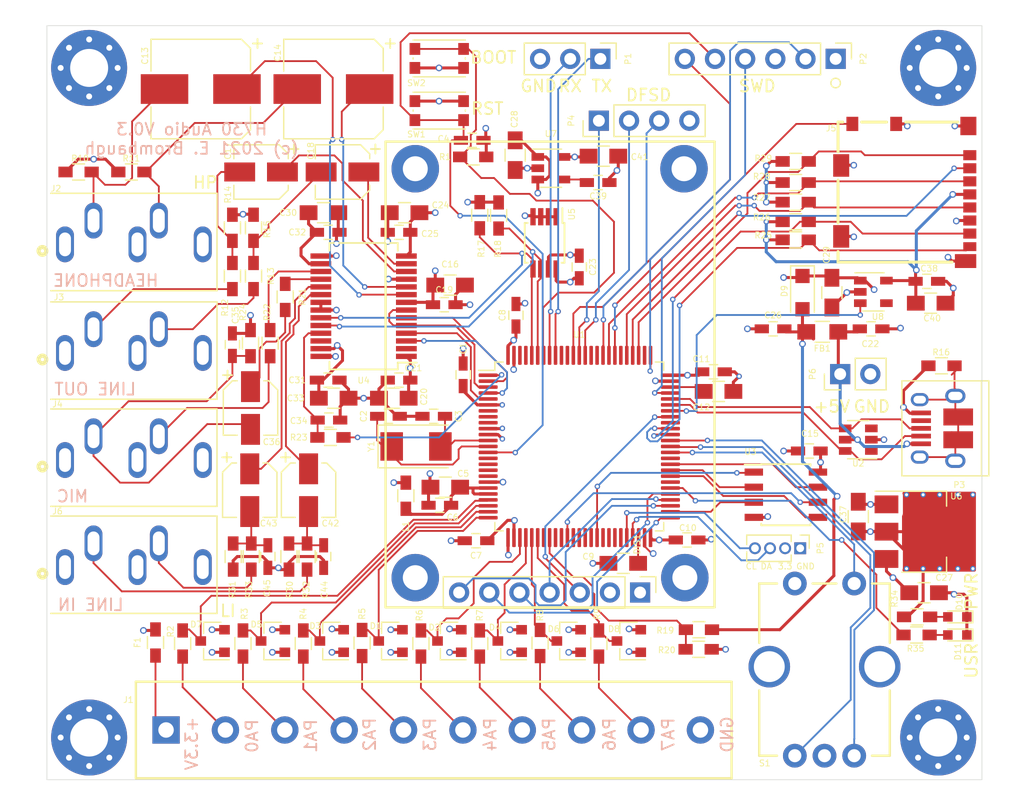
<source format=kicad_pcb>
(kicad_pcb (version 20241229) (generator "pcbnew") (generator_version "9.0")
  (layers (0 "F.Cu" signal) (4 "In1.Cu" signal) (6 "In2.Cu" signal) (2 "B.Cu" signal) (13 "F.Paste" user) (15 "B.Paste" user) (5 "F.SilkS" user) (7 "B.SilkS" user) (1 "F.Mask" user) (3 "B.Mask" user) (25 "Edge.Cuts" user))
  (net 0 "")
  (net 1 "+3V3")
  (net 2 "GND")
  (net 3 "Net-(C2-Pad1)")
  (net 4 "Net-(C3-Pad1)")
  (net 5 "/NRST")
  (net 6 "Net-(C9-Pad1)")
  (net 7 "Net-(C12-Pad1)")
  (net 8 "Net-(C13-Pad2)")
  (net 9 "Net-(C13-Pad1)")
  (net 10 "Net-(C14-Pad1)")
  (net 11 "Net-(C14-Pad2)")
  (net 12 "+3.3VA")
  (net 13 "Net-(C17-Pad1)")
  (net 14 "Net-(C17-Pad2)")
  (net 15 "Net-(C18-Pad2)")
  (net 16 "Net-(C18-Pad1)")
  (net 17 "Net-(C34-Pad1)")
  (net 18 "Net-(C35-Pad1)")
  (net 19 "/+3.3V_SD")
  (net 20 "Net-(C39-Pad1)")
  (net 21 "Net-(C42-Pad2)")
  (net 22 "Net-(C42-Pad1)")
  (net 23 "Net-(C43-Pad1)")
  (net 24 "Net-(C43-Pad2)")
  (net 25 "/PA3")
  (net 26 "/PA4")
  (net 27 "/PA2")
  (net 28 "/PA5")
  (net 29 "/PA1")
  (net 30 "/PA6")
  (net 31 "/PA0")
  (net 32 "/PA7")
  (net 33 "/LCD_BL")
  (net 34 "/LCD_DC")
  (net 35 "/LCD_RES")
  (net 36 "/SPI2_MOSI")
  (net 37 "/SPI2_SCK")
  (net 38 "Net-(F1-Pad2)")
  (net 39 "Net-(J1-Pad2)")
  (net 40 "Net-(J1-Pad3)")
  (net 41 "Net-(J1-Pad4)")
  (net 42 "Net-(J1-Pad5)")
  (net 43 "Net-(J1-Pad6)")
  (net 44 "Net-(J1-Pad7)")
  (net 45 "Net-(J1-Pad8)")
  (net 46 "Net-(J1-Pad9)")
  (net 47 "Net-(J2-Pad5)")
  (net 48 "Net-(J2-Pad4)")
  (net 49 "Net-(J3-Pad4)")
  (net 50 "Net-(J3-Pad3)")
  (net 51 "Net-(J3-Pad5)")
  (net 52 "Net-(J3-Pad2)")
  (net 53 "Net-(J4-Pad5)")
  (net 54 "Net-(J4-Pad3)")
  (net 55 "/SD_DET")
  (net 56 "/SD_D2")
  (net 57 "/SD_D3")
  (net 58 "/SD_CMD")
  (net 59 "/SD_CLK")
  (net 60 "/SD_D0")
  (net 61 "/SD_D1")
  (net 62 "Net-(J6-Pad3)")
  (net 63 "Net-(J6-Pad2)")
  (net 64 "/USART1_RX")
  (net 65 "/USART1_TX")
  (net 66 "/SWD_SWO")
  (net 67 "/SWD_DIO")
  (net 68 "/SWD_SWCLK")
  (net 69 "Net-(P3-Pad6)")
  (net 70 "Net-(P3-Pad4)")
  (net 71 "/USB_DP")
  (net 72 "/USB_DM")
  (net 73 "/BOOT")
  (net 74 "/I2C_SDA")
  (net 75 "/I2C_SCL")
  (net 76 "/VBUS_Sense")
  (net 77 "Net-(R21-Pad1)")
  (net 78 "Net-(R22-Pad1)")
  (net 79 "/SAI_MCLK")
  (net 80 "Net-(S1-Pad1)")
  (net 81 "Net-(S1-Pad2)")
  (net 82 "Net-(S1-Pad5)")
  (net 83 "/SAI_SD_B")
  (net 84 "/SAI_FS")
  (net 85 "/SAI_SCK")
  (net 86 "/SAI_SD_A")
  (net 87 "Net-(U1-Pad15)")
  (net 88 "Net-(U1-Pad16)")
  (net 89 "Net-(U1-Pad17)")
  (net 90 "Net-(U1-Pad18)")
  (net 91 "Net-(U1-Pad32)")
  (net 92 "Net-(U1-Pad34)")
  (net 93 "Net-(U1-Pad35)")
  (net 94 "/OCTSPIM_P1_CLK")
  (net 95 "Net-(U1-Pad37)")
  (net 96 "Net-(U1-Pad38)")
  (net 97 "Net-(U1-Pad39)")
  (net 98 "Net-(U1-Pad40)")
  (net 99 "/OCTSPIM_P1_NCS")
  (net 100 "Net-(U1-Pad42)")
  (net 101 "Net-(U1-Pad43)")
  (net 102 "Net-(U1-Pad44)")
  (net 103 "Net-(U1-Pad45)")
  (net 104 "/OCTSPIM_P1_IO2")
  (net 105 "Net-(U1-Pad57)")
  (net 106 "/OCTSPIM_P1_IO0")
  (net 107 "/OCTSPIM_P1_IO1")
  (net 108 "/OCTSPIM_P1_IO3")
  (net 109 "Net-(U1-Pad61)")
  (net 110 "/SD_PWR")
  (net 111 "Net-(U1-Pad77)")
  (net 112 "Net-(U1-Pad81)")
  (net 113 "Net-(U1-Pad85)")
  (net 114 "Net-(U1-Pad86)")
  (net 115 "Net-(U1-Pad90)")
  (net 116 "Net-(U1-Pad91)")
  (net 117 "Net-(U1-Pad97)")
  (net 118 "Net-(U1-Pad98)")
  (net 119 "Net-(U2-Pad1)")
  (net 120 "Net-(U2-Pad3)")
  (net 121 "Net-(U4-Pad26)")
  (net 122 "Net-(U4-Pad2)")
  (net 123 "Net-(U8-Pad4)")
  (net 124 "Net-(U1-Pad67)")
  (net 125 "Net-(D10-Pad2)")
  (net 126 "Net-(D11-Pad2)")
  (net 127 "/USR_LED")
  (net 128 "/VBUS")
  (net 129 "/VBUS_FILT")
  (net 130 "/VSUPPLY")
  (net 131 "/Vref")
  (net 132 "/Vmid")
  (net 133 "/DFSDM_CKO")
  (net 134 "/DFSDM_D1")
  (net 135 "/DFSDM_C1")
  (net 136 "/I2C2_SCL")
  (net 137 "/I2C2_SDA")
  (net 138 "Net-(U1-Pad7)")
  (net 139 "Net-(U1-Pad8)")
  (net 140 "Net-(U1-Pad9)")
  (net 141 "Net-(C36-Pad1)")
  (footprint "Capacitors_SMD:C_0603_HandSoldering" (layer "F.Cu") (at 136.144 97.343 90)
    (property "Reference" "C1")
    (property "Value" "0.1uf")
  )
  (footprint "Capacitors_SMD:C_0603_HandSoldering" (layer "F.Cu") (at 129.855 100.838)
    (property "Reference" "C2")
    (property "Value" "33pf")
  )
  (footprint "Capacitors_SMD:C_0603_HandSoldering" (layer "F.Cu") (at 133.665 100.838 180)
    (property "Reference" "C3")
    (property "Value" "33pf")
  )
  (footprint "Capacitors_SMD:C_0603_HandSoldering" (layer "F.Cu") (at 136.906 77.597)
    (property "Reference" "C4")
    (property "Value" "0.1uf")
  )
  (footprint "Capacitors_SMD:C_0805_HandSoldering" (layer "F.Cu") (at 134.64 106.807 180)
    (property "Reference" "C5")
    (property "Value" "10uf")
  )
  (footprint "Capacitors_SMD:C_0603_HandSoldering" (layer "F.Cu") (at 134.178 108.331 180)
    (property "Reference" "C6")
    (property "Value" "0.1uf")
  )
  (footprint "Capacitors_SMD:C_0603_HandSoldering" (layer "F.Cu") (at 137.226 111.3155 180)
    (property "Reference" "C7")
    (property "Value" "0.1uf")
  )
  (footprint "Capacitors_SMD:C_0603_HandSoldering" (layer "F.Cu") (at 140.589 92.329 90)
    (property "Reference" "C8")
    (property "Value" "0.1uf")
  )
  (footprint "Capacitors_SMD:C_0805_HandSoldering" (layer "F.Cu") (at 149.626 113.2205 180)
    (property "Reference" "C9")
    (property "Value" "2.2uf")
  )
  (footprint "Capacitors_SMD:C_0603_HandSoldering" (layer "F.Cu") (at 155.001 111.252)
    (property "Reference" "C10")
    (property "Value" "0.1uf")
  )
  (footprint "Capacitors_SMD:C_0603_HandSoldering" (layer "F.Cu") (at 157.2235 97.0915)
    (property "Reference" "C11")
    (property "Value" "0.1uf")
  )
  (footprint "Capacitors_SMD:C_0805_HandSoldering" (layer "F.Cu") (at 157.6505 98.7425)
    (property "Reference" "C12")
    (property "Value" "2.2uf")
  )
  (footprint "Capacitors_SMD:CP_Elec_8x10.5" (layer "F.Cu") (at 114.046 73.279 180)
    (property "Reference" "C13")
    (property "Value" "220uF")
  )
  (footprint "Capacitors_SMD:CP_Elec_8x10.5" (layer "F.Cu") (at 125.222 73.279 180)
    (property "Reference" "C14")
    (property "Value" "220uF")
  )
  (footprint "Capacitors_SMD:C_0603_HandSoldering" (layer "F.Cu") (at 165.293 103.759 180)
    (property "Reference" "C15")
    (property "Value" "0.1uf")
  )
  (footprint "Capacitors_SMD:C_0805_HandSoldering" (layer "F.Cu") (at 135.0445 89.789)
    (property "Reference" "C16")
    (property "Value" "10uf")
  )
  (footprint "Capacitors_SMD:CP_Elec_4x5.3" (layer "F.Cu") (at 119.126 80.264 180)
    (property "Reference" "C17")
    (property "Value" "10uF")
  )
  (footprint "Capacitors_SMD:CP_Elec_4x5.3" (layer "F.Cu") (at 125.984 80.264 180)
    (property "Reference" "C18")
    (property "Value" "10uF")
  )
  (footprint "Capacitors_SMD:C_0603_HandSoldering" (layer "F.Cu") (at 134.554 91.44)
    (property "Reference" "C19")
    (property "Value" "0.1uf")
  )
  (footprint "Capacitors_SMD:C_0805_HandSoldering" (layer "F.Cu") (at 130.302 99.314 180)
    (property "Reference" "C20")
    (property "Value" "10uf")
  )
  (footprint "Capacitors_SMD:C_0603_HandSoldering" (layer "F.Cu") (at 130.744 97.79 180)
    (property "Reference" "C21")
    (property "Value" "0.1uf")
  )
  (footprint "Capacitors_SMD:C_0603_HandSoldering" (layer "F.Cu") (at 145.923 88.265 90)
    (property "Reference" "C23")
    (property "Value" "0.1uf")
  )
  (footprint "Capacitors_SMD:C_0805_HandSoldering" (layer "F.Cu") (at 131.211 83.693 180)
    (property "Reference" "C24")
    (property "Value" "10uf")
  )
  (footprint "Capacitors_SMD:C_0603_HandSoldering" (layer "F.Cu") (at 130.744 85.344 180)
    (property "Reference" "C25")
    (property "Value" "0.1uf")
  )
  (footprint "Capacitors_SMD:C_0805_HandSoldering" (layer "F.Cu") (at 174.9625 115.697)
    (property "Reference" "C27")
    (property "Value" "10uf")
  )
  (footprint "Capacitors_SMD:C_0805_HandSoldering" (layer "F.Cu") (at 140.5255 78.847 -90)
    (property "Reference" "C28")
    (property "Value" "10uf")
  )
  (footprint "Capacitors_SMD:C_0805_HandSoldering" (layer "F.Cu") (at 167.1955 90.424 -90)
    (property "Reference" "C29")
    (property "Value" "10uf")
  )
  (footprint "Capacitors_SMD:C_0805_HandSoldering" (layer "F.Cu") (at 124.3765 83.693)
    (property "Reference" "C30")
    (property "Value" "10uf")
  )
  (footprint "Capacitors_SMD:C_0603_HandSoldering" (layer "F.Cu") (at 124.78 97.79)
    (property "Reference" "C31")
    (property "Value" "0.1uf")
  )
  (footprint "Capacitors_SMD:C_0805_HandSoldering" (layer "F.Cu") (at 125.242 99.314)
    (property "Reference" "C33")
    (property "Value" "10uf")
  )
  (footprint "Capacitors_SMD:C_0603_HandSoldering" (layer "F.Cu") (at 124.8385 101.1555)
    (property "Reference" "C34")
    (property "Value" "220pf")
  )
  (footprint "Capacitors_SMD:C_0603_HandSoldering" (layer "F.Cu") (at 116.713 94.8055 90)
    (property "Reference" "C35")
    (property "Value" "220pf")
  )
  (footprint "Capacitors_SMD:CP_Elec_4x5.3" (layer "F.Cu") (at 118.237 100.1395 -90)
    (property "Reference" "C36")
    (property "Value" "1uF")
  )
  (footprint "Capacitors_SMD:C_0805_HandSoldering" (layer "F.Cu") (at 169.418 109.2835 90)
    (property "Reference" "C37")
    (property "Value" "10uf")
  )
  (footprint "Capacitors_SMD:C_0603_HandSoldering" (layer "F.Cu") (at 175.194 89.4715 180)
    (property "Reference" "C38")
    (property "Value" "0.1uf")
  )
  (footprint "Capacitors_SMD:C_0603_HandSoldering" (layer "F.Cu") (at 147.5105 81.153)
    (property "Reference" "C39")
    (property "Value" "0.1uf")
  )
  (footprint "Capacitors_SMD:C_0805_HandSoldering" (layer "F.Cu") (at 175.514 91.313)
    (property "Reference" "C40")
    (property "Value" "10uf")
  )
  (footprint "Capacitors_SMD:C_0805_HandSoldering" (layer "F.Cu") (at 147.955 78.9305)
    (property "Reference" "C41")
    (property "Value" "10uf")
  )
  (footprint "Capacitors_SMD:CP_Elec_4x5.3" (layer "F.Cu") (at 123.1265 107.061 -90)
    (property "Reference" "C42")
    (property "Value" "1uF")
  )
  (footprint "Capacitors_SMD:CP_Elec_4x5.3" (layer "F.Cu") (at 118.1735 107.061 -90)
    (property "Reference" "C43")
    (property "Value" "1uF")
  )
  (footprint "Capacitors_SMD:C_0603_HandSoldering" (layer "F.Cu") (at 124.3965 112.649 -90)
    (property "Reference" "C44")
    (property "Value" "220pf")
  )
  (footprint "Capacitors_SMD:C_0603_HandSoldering" (layer "F.Cu") (at 119.6975 112.649 -90)
    (property "Reference" "C45")
    (property "Value" "220pf")
  )
  (footprint "footprints:D_SOD-123W" (layer "F.Cu") (at 164.719 90.421 -90)
    (property "Reference" "D9")
    (property "Value" "D_Schottky")
  )
  (footprint "footprints:CUI_SJ1-3535NG-GR" (layer "F.Cu") (at 102.616 86.36)
    (property "Reference" "J2")
    (property "Value" "STEREO_JACK" (hide yes))
  )
  (footprint "footprints:CUI_SJ1-3535NG-GR" (layer "F.Cu") (at 102.616 95.504)
    (property "Reference" "J3")
    (property "Value" "STEREO_JACK" (hide yes))
  )
  (footprint "footprints:CUI_SJ1-3535NG-GR" (layer "F.Cu") (at 102.616 104.521)
    (property "Reference" "J4")
    (property "Value" "STEREO_JACK" (hide yes))
  )
  (footprint "footprints:micro_sd_molex_1040310-811" (layer "F.Cu") (at 173.334 81.9835 90)
    (property "Reference" "J5")
    (property "Value" "Micro_SD_Card_Det")
  )
  (footprint "Resistors_SMD:R_0603_HandSoldering" (layer "F.Cu") (at 131.318 107.526 -90)
    (property "Reference" "L1")
    (property "Value" "1k")
  )
  (footprint "Pin_Headers:Pin_Header_Straight_1x03_Pitch2.54mm" (layer "F.Cu") (at 147.701 70.739 -90)
    (property "Reference" "P1")
    (property "Value" "CONN_01X03")
  )
  (footprint "Pin_Headers:Pin_Header_Straight_1x06_Pitch2.54mm" (layer "F.Cu") (at 167.513 70.739 -90)
    (property "Reference" "P2")
    (property "Value" "CONN_01X06")
  )
  (footprint "Connect:USB_Micro-B_10103594-0001LF" (layer "F.Cu") (at 176.2125 101.854 90)
    (property "Reference" "P3")
    (property "Value" "USB_OTG")
  )
  (footprint "Resistors_SMD:R_0603_HandSoldering" (layer "F.Cu") (at 136.99 78.994)
    (property "Reference" "R1")
    (property "Value" "4.7k")
  )
  (footprint "Resistors_SMD:R_0603_HandSoldering" (layer "F.Cu") (at 103.759 80.264 180)
    (property "Reference" "R10")
    (property "Value" "47k")
  )
  (footprint "Resistors_SMD:R_0603_HandSoldering" (layer "F.Cu") (at 108.204 80.264 180)
    (property "Reference" "R11")
    (property "Value" "47k")
  )
  (footprint "Resistors_SMD:R_0603_HandSoldering" (layer "F.Cu") (at 116.713 89.027 -90)
    (property "Reference" "R12")
    (property "Value" "100")
  )
  (footprint "Resistors_SMD:R_0603_HandSoldering" (layer "F.Cu") (at 118.491 89.027 -90)
    (property "Reference" "R13")
    (property "Value" "100")
  )
  (footprint "Resistors_SMD:R_0603_HandSoldering" (layer "F.Cu") (at 116.713 84.963 90)
    (property "Reference" "R14")
    (property "Value" "47k")
  )
  (footprint "Resistors_SMD:R_0603_HandSoldering" (layer "F.Cu") (at 118.491 84.963 90)
    (property "Reference" "R15")
    (property "Value" "47k")
  )
  (footprint "Resistors_SMD:R_0603_HandSoldering" (layer "F.Cu") (at 176.4235 96.5835)
    (property "Reference" "R16")
    (property "Value" "1M")
  )
  (footprint "Resistors_SMD:R_0603_HandSoldering" (layer "F.Cu") (at 137.541 83.904 -90)
    (property "Reference" "R17")
    (property "Value" "4.7k")
  )
  (footprint "Resistors_SMD:R_0603_HandSoldering" (layer "F.Cu") (at 139.1285 83.9265 -90)
    (property "Reference" "R18")
    (property "Value" "4.7k")
  )
  (footprint "Resistors_SMD:R_0603_HandSoldering" (layer "F.Cu") (at 155.999 118.8085 180)
    (property "Reference" "R19")
    (property "Value" "4.7k")
  )
  (footprint "Resistors_SMD:R_0603_HandSoldering" (layer "F.Cu") (at 155.9765 120.4595)
    (property "Reference" "R20")
    (property "Value" "4.7k")
  )
  (footprint "Resistors_SMD:R_0603_HandSoldering" (layer "F.Cu") (at 121.158 90.7845 -90)
    (property "Reference" "R21")
    (property "Value" "10k")
  )
  (footprint "Resistors_SMD:R_0603_HandSoldering" (layer "F.Cu") (at 119.888 94.6785 -90)
    (property "Reference" "R22")
    (property "Value" "680")
  )
  (footprint "Resistors_SMD:R_0603_HandSoldering" (layer "F.Cu") (at 124.968 102.616 180)
    (property "Reference" "R23")
    (property "Value" "56")
  )
  (footprint "Resistors_SMD:R_0603_HandSoldering" (layer "F.Cu") (at 118.237 94.6785 -90)
    (property "Reference" "R24")
    (property "Value" "47k")
  )
  (footprint "Resistors_SMD:R_0603_HandSoldering" (layer "F.Cu") (at 164.1475 85.979)
    (property "Reference" "R25")
    (property "Value" "10k")
  )
  (footprint "Resistors_SMD:R_0603_HandSoldering" (layer "F.Cu") (at 164.1475 84.455)
    (property "Reference" "R26")
    (property "Value" "10k")
  )
  (footprint "Resistors_SMD:R_0603_HandSoldering" (layer "F.Cu") (at 164.1475 82.804)
    (property "Reference" "R27")
    (property "Value" "10k")
  )
  (footprint "Resistors_SMD:R_0603_HandSoldering" (layer "F.Cu") (at 164.1475 81.153)
    (property "Reference" "R28")
    (property "Value" "10k")
  )
  (footprint "Resistors_SMD:R_0603_HandSoldering" (layer "F.Cu") (at 164.1475 79.375)
    (property "Reference" "R29")
    (property "Value" "10k")
  )
  (footprint "Resistors_SMD:R_0603_HandSoldering" (layer "F.Cu") (at 121.4755 112.649 90)
    (property "Reference" "R30")
    (property "Value" "5.6k")
  )
  (footprint "Resistors_SMD:R_0603_HandSoldering" (layer "F.Cu") (at 116.7765 112.649 90)
    (property "Reference" "R31")
    (property "Value" "5.6k")
  )
  (footprint "Resistors_SMD:R_0603_HandSoldering" (layer "F.Cu") (at 122.9995 112.649 -90)
    (property "Reference" "R32")
    (property "Value" "5.6k")
  )
  (footprint "Resistors_SMD:R_0603_HandSoldering" (layer "F.Cu") (at 118.3005 112.649 -90)
    (property "Reference" "R33")
    (property "Value" "5.6k")
  )
  (footprint "Buttons_Switches_SMD:SW_SPST_KMR2" (layer "F.Cu") (at 134.13 75.095)
    (property "Reference" "SW1")
    (property "Value" "SW_PUSH")
  )
  (footprint "Buttons_Switches_SMD:SW_SPST_KMR2" (layer "F.Cu") (at 134.13 70.701)
    (property "Reference" "SW2")
    (property "Value" "SW_PUSH")
  )
  (footprint "Package_QFP:LQFP-100_14x14mm_P0.5mm" (layer "F.Cu") (at 145.923 103.378)
    (property "Reference" "U1")
    (property "Value" "STM32H730VBTx")
  )
  (footprint "Package_TO_SOT_SMD:SOT-23-6" (layer "F.Cu") (at 169.418 102.8065 180)
    (property "Reference" "U2")
    (property "Value" "IP4220CZ6")
  )
  (footprint "Housings_SOIC:SOIC-8_3.9x4.9mm_Pitch1.27mm" (layer "F.Cu") (at 163.322 107.442)
    (property "Reference" "U3")
    (property "Value" "W25Q32JVSS")
  )
  (footprint "Housings_SSOP:SSOP-28_5.3x10.2mm_Pitch0.65mm" (layer "F.Cu") (at 127.762 91.567 180)
    (property "Reference" "U4")
    (property "Value" "WM8731")
  )
  (footprint "Housings_SSOP:MSOP-8_3x3mm_Pitch0.65mm" (layer "F.Cu") (at 143.002 86.233 -90)
    (property "Reference" "U5")
    (property "Value" "24LC256")
  )
  (footprint "Package_TO_SOT_SMD:SOT-223-3_TabPin2" (layer "F.Cu") (at 174.9425 110.5535)
    (property "Reference" "U6")
    (property "Value" "LD1117S33TR_SOT223")
  )
  (footprint "Package_TO_SOT_SMD:SOT-23-5" (layer "F.Cu") (at 143.5305 79.9465)
    (property "Reference" "U7")
    (property "Value" "LP2985-3.3")
  )
  (footprint "Package_TO_SOT_SMD:SOT-23-5" (layer "F.Cu") (at 170.688 90.3605)
    (property "Reference" "U8")
    (property "Value" "MCP1802x-xx02xOT")
  )
  (footprint "Capacitors_SMD:C_0603_HandSoldering" (layer "F.Cu") (at 124.78 85.344)
    (property "Reference" "C32")
    (property "Value" "0.1uf")
  )
  (footprint "Mounting_Holes:MountingHole_3.2mm_M3_Pad_Via" (layer "F.Cu") (at 104.648 71.501)
    (property "Reference" "H1" (hide yes))
    (property "Value" "MountingHole")
  )
  (footprint "Mounting_Holes:MountingHole_3.2mm_M3_Pad_Via" (layer "F.Cu") (at 176.149 71.501)
    (property "Reference" "H2" (hide yes))
    (property "Value" "MountingHole")
  )
  (footprint "Mounting_Holes:MountingHole_3.2mm_M3_Pad_Via" (layer "F.Cu") (at 176.149 127.889)
    (property "Reference" "H3" (hide yes))
    (property "Value" "MountingHole")
  )
  (footprint "Resistors_SMD:R_0603_HandSoldering" (layer "F.Cu") (at 112.522 119.972 -90)
    (property "Reference" "R2")
    (property "Value" "100")
  )
  (footprint "Package_TO_SOT_SMD:SOT-23" (layer "F.Cu") (at 115.046 119.761 180)
    (property "Reference" "D7")
    (property "Value" "BAT54S")
  )
  (footprint "Package_TO_SOT_SMD:SOT-23" (layer "F.Cu") (at 120.126 119.761 180)
    (property "Reference" "D5")
    (property "Value" "BAT54S")
  )
  (footprint "Package_TO_SOT_SMD:SOT-23" (layer "F.Cu") (at 140.065 119.761 180)
    (property "Reference" "D4")
    (property "Value" "BAT54S")
  )
  (footprint "footprints:screw_terminal_10" (layer "F.Cu") (at 111.125 127.254)
    (property "Reference" "J1")
    (property "Value" "Screw_Terminal_01x10")
  )
  (footprint "Resistors_SMD:R_0603_HandSoldering" (layer "F.Cu") (at 147.574 119.972 -90)
    (property "Reference" "R9")
    (property "Value" "100")
  )
  (footprint "Resistors_SMD:R_0603_HandSoldering" (layer "F.Cu") (at 132.588 119.972 -90)
    (property "Reference" "R6")
    (property "Value" "100")
  )
  (footprint "Resistors_SMD:R_0603_HandSoldering" (layer "F.Cu") (at 117.602 119.972 -90)
    (property "Reference" "R3")
    (property "Value" "100")
  )
  (footprint "Resistors_SMD:R_0603_HandSoldering" (layer "F.Cu") (at 142.621 119.931 -90)
    (property "Reference" "R8")
    (property "Value" "100")
  )
  (footprint "Package_TO_SOT_SMD:SOT-23" (layer "F.Cu") (at 130.032 119.761 180)
    (property "Reference" "D1")
    (property "Value" "BAT54S")
  )
  (footprint "Resistors_SMD:R_0603_HandSoldering" (layer "F.Cu") (at 127.635 119.931 -90)
    (property "Reference" "R5")
    (property "Value" "100")
  )
  (footprint "Resistors_SMD:R_0603_HandSoldering" (layer "F.Cu") (at 122.682 119.972 -90)
    (property "Reference" "R4")
    (property "Value" "100")
  )
  (footprint "Resistors_SMD:R_0603_HandSoldering" (layer "F.Cu") (at 137.541 119.972 -90)
    (property "Reference" "R7")
    (property "Value" "100")
  )
  (footprint "Package_TO_SOT_SMD:SOT-23" (layer "F.Cu") (at 125.079 119.761 180)
    (property "Reference" "D3")
    (property "Value" "BAT54S")
  )
  (footprint "Package_TO_SOT_SMD:SOT-23" (layer "F.Cu") (at 145.034 119.761 180)
    (property "Reference" "D6")
    (property "Value" "BAT54S")
  )
  (footprint "Resistors_SMD:R_0603_HandSoldering" (layer "F.Cu") (at 110.236 119.888 -90)
    (property "Reference" "F1")
    (property "Value" "Polyfuse")
  )
  (footprint "Package_TO_SOT_SMD:SOT-23" (layer "F.Cu") (at 150.098 119.761 180)
    (property "Reference" "D8")
    (property "Value" "BAT54S")
  )
  (footprint "Package_TO_SOT_SMD:SOT-23" (layer "F.Cu") (at 134.985 119.761 180)
    (property "Reference" "D2")
    (property "Value" "BAT54S")
  )
  (footprint "Mounting_Holes:MountingHole_3.2mm_M3_Pad_Via" (layer "F.Cu") (at 104.648 127.889)
    (property "Reference" "H4" (hide yes))
    (property "Value" "MountingHole")
  )
  (footprint "footprints:ENC_11" (layer "F.Cu") (at 166.575 121.92)
    (property "Reference" "S1")
    (property "Value" "encoder_en11")
  )
  (footprint "LEDs:LED_0603" (layer "F.Cu") (at 177.762 117.729 180)
    (property "Reference" "D10")
    (property "Value" "LED")
  )
  (footprint "LEDs:LED_0603" (layer "F.Cu") (at 177.762 119.253 180)
    (property "Reference" "D11")
    (property "Value" "LED")
  )
  (footprint "Resistors_SMD:R_0603_HandSoldering" (layer "F.Cu") (at 174.371 117.729)
    (property "Reference" "R34")
    (property "Value" "1k")
  )
  (footprint "Resistors_SMD:R_0603_HandSoldering" (layer "F.Cu") (at 174.328 119.253)
    (property "Reference" "R35")
    (property "Value" "1k")
  )
  (footprint "footprints:CUI_SJ1-3535NG-GR" (layer "F.Cu") (at 102.616 113.538)
    (property "Reference" "J6")
    (property "Value" "STEREO_JACK" (hide yes))
  )
  (footprint "Pin_Headers:Pin_Header_Straight_1x04_Pitch2.54mm" (layer "F.Cu") (at 147.574 75.946 90)
    (property "Reference" "P4")
    (property "Value" "CONN_01X03")
  )
  (footprint "Pin_Headers:Pin_Header_Straight_1x04_Pitch1.27mm" (layer "F.Cu") (at 164.5285 111.9505 -90)
    (property "Reference" "P5")
    (property "Value" "CONN_01X04")
  )
  (footprint "footprints:IPS_LCD" (layer "F.Cu") (at 151.043 115.677 -90)
    (property "Reference" "DIS1")
    (property "Value" "IPS_LCD")
  )
  (footprint "Capacitors_SMD:C_0603_HandSoldering" (layer "F.Cu") (at 170.4975 93.472)
    (property "Reference" "C22")
    (property "Value" "220pf")
  )
  (footprint "Resistors_SMD:R_0805_HandSoldering" (layer "F.Cu") (at 166.3865 93.726)
    (property "Reference" "FB1")
    (property "Value" "Ferrite_Bead")
  )
  (footprint "Capacitors_SMD:C_0603_HandSoldering" (layer "F.Cu") (at 162.2425 93.472 180)
    (property "Reference" "C26")
    (property "Value" "220pf")
  )
  (footprint "Pin_Headers:Pin_Header_Straight_1x02_Pitch2.54mm" (layer "F.Cu") (at 167.894 97.282 90)
    (property "Reference" "P6")
    (property "Value" "CONN_01X03")
  )
  (footprint "Crystals:Crystal_SMD_Abracon_ABM3-2pin_5.0x3.2mm" (layer "F.Cu") (at 132.1755 103.378)
    (property "Reference" "Y1")
    (property "Value" "8MHz")
  )
  (gr_circle (center 167.513 72.771) (end 167.894 72.898) (stroke (width 0.12)) (fill no) (layer "F.SilkS"))
  (gr_line (start 101.092 67.945) (end 179.832 67.945) (stroke (width 0.05)) (layer "Edge.Cuts"))
  (gr_line (start 101.092 67.945) (end 101.092 131.445) (stroke (width 0.05)) (layer "Edge.Cuts"))
  (gr_line (start 179.832 67.945) (end 179.832 131.445) (stroke (width 0.05)) (layer "Edge.Cuts"))
  (gr_line (start 101.092 131.445) (end 179.832 131.445) (stroke (width 0.05)) (layer "Edge.Cuts"))
  (gr_text "DFSD" (at 151.765 73.787 0) (layer "F.SilkS") (effects (font (size 1 1))))
  (gr_text "GND" (at 164.973 113.4745 0) (layer "F.SilkS") (effects (font (size 0.508 0.508) (thickness 0.0762))))
  (gr_text "GND" (at 170.561 100.0125 0) (layer "F.SilkS") (effects (font (size 1 1))))
  (gr_text "PWR" (at 178.943 115.57 90) (layer "F.SilkS") (effects (font (size 1 1))))
  (gr_text "BOOT" (at 138.684 70.612 0) (layer "F.SilkS") (effects (font (size 1 1))))
  (gr_text "DA" (at 161.671 113.4745 0) (layer "F.SilkS") (effects (font (size 0.508 0.508) (thickness 0.0762))))
  (gr_text "USR" (at 178.943 121.412 90) (layer "F.SilkS") (effects (font (size 1 1))))
  (gr_text "LI" (at 116.332 117.221 0) (layer "F.SilkS") (effects (font (size 1 1))))
  (gr_text "+5V" (at 167.1955 100.0125 0) (layer "F.SilkS") (effects (font (size 1 1))))
  (gr_text "CL" (at 160.401 113.4745 0) (layer "F.SilkS") (effects (font (size 0.508 0.508) (thickness 0.0762))))
  (gr_text "TX" (at 147.828 73.025 0) (layer "F.SilkS") (effects (font (size 1 1))))
  (gr_text "GND" (at 142.494 73.025 0) (layer "F.SilkS") (effects (font (size 1 1))))
  (gr_text "3.3" (at 163.2585 113.4745 0) (layer "F.SilkS") (effects (font (size 0.508 0.508) (thickness 0.0762))))
  (gr_text "RX" (at 145.161 73.025 0) (layer "F.SilkS") (effects (font (size 1 1))))
  (gr_text "HP" (at 114.427 81.153 0) (layer "F.SilkS") (effects (font (size 1 1))))
  (gr_text "RST" (at 138.176 74.93 0) (layer "F.SilkS") (effects (font (size 1 1))))
  (gr_text "SWD" (at 160.909 73.025 0) (layer "F.SilkS") (effects (font (size 1 1))))
  (gr_text "PA7" (at 153.416 127.635 90) (layer "B.SilkS") (effects (font (size 1 1)) (justify mirror)))
  (gr_text "PA6" (at 148.463 127.635 90) (layer "B.SilkS") (effects (font (size 1 1)) (justify mirror)))
  (gr_text "LINE OUT" (at 105.156 98.552 0) (layer "B.SilkS") (effects (font (size 1 1)) (justify mirror)))
  (gr_text "PA5" (at 143.383 127.635 90) (layer "B.SilkS") (effects (font (size 1 1)) (justify mirror)))
  (gr_text "GND" (at 158.369 127.635 90) (layer "B.SilkS") (effects (font (size 1 1)) (justify mirror)))
  (gr_text "PA3" (at 133.35 127.635 90) (layer "B.SilkS") (effects (font (size 1 1)) (justify mirror)))
  (gr_text "H730 Audio V0.3\n(c) 2021 E. Brombaugh" (at 113.284 77.47 0) (layer "B.SilkS") (effects (font (size 1 1)) (justify mirror)))
  (gr_text "PA2" (at 128.27 127.635 90) (layer "B.SilkS") (effects (font (size 1 1)) (justify mirror)))
  (gr_text "PA4" (at 138.43 127.635 90) (layer "B.SilkS") (effects (font (size 1 1)) (justify mirror)))
  (gr_text "PA1" (at 123.317 127.762 90) (layer "B.SilkS") (effects (font (size 1 1)) (justify mirror)))
  (gr_text "LINE IN" (at 104.775 116.713 0) (layer "B.SilkS") (effects (font (size 1 1)) (justify mirror)))
  (gr_text "+3.3V" (at 113.284 128.397 90) (layer "B.SilkS") (effects (font (size 1 1)) (justify mirror)))
  (gr_text "PA0" (at 118.364 127.762 90) (layer "B.SilkS") (effects (font (size 1 1)) (justify mirror)))
  (gr_text "MIC" (at 103.251 107.569 0) (layer "B.SilkS") (effects (font (size 1 1)) (justify mirror)))
  (gr_text "HEADPHONE" (at 106.045 89.408 0) (layer "B.SilkS") (effects (font (size 1 1)) (justify mirror)))
  (segment (start 131.694 96.779) (end 131.694 96.124) (width 0.254) (layer "F.Cu") (net 1))
  (segment (start 152.654 111.252) (end 152.122 111.252) (width 0.254) (layer "F.Cu") (net 1))
  (segment (start 166.243 104.7115) (end 166.243 105.316) (width 0.254) (layer "F.Cu") (net 1))
  (segment (start 134.112 71.501) (end 136.18 71.501) (width 0.254) (layer "F.Cu") (net 1))
  (segment (start 155.0345 97.378) (end 155.987 97.378) (width 0.254) (layer "F.Cu") (net 1))
  (segment (start 170.434 110.5535) (end 169.438 110.5535) (width 0.254) (layer "F.Cu") (net 1))
  (segment (start 140.3985 94.4245) (end 140.589 94.234) (width 0.254) (layer "F.Cu") (net 1))
  (segment (start 131.694 97.79) (end 131.694 96.779) (width 0.254) (layer "F.Cu") (net 1))
  (segment (start 173.271 117.729) (end 173.558422 117.729) (width 0.254) (layer "F.Cu") (net 1))
  (segment (start 171.725422 110.5335) (end 169.418 110.5335) (width 0.254) (layer "F.Cu") (net 1))
  (segment (start 139.923 94.9) (end 140.3985 94.4245) (width 0.254) (layer "F.Cu") (net 1))
  (segment (start 137.541 82.804) (end 136.525 82.804) (width 0.254) (layer "F.Cu") (net 1))
  (segment (start 131.552 99.314) (end 131.552 97.932) (width 0.254) (layer "F.Cu") (net 1))
  (segment (start 121.126 118.811) (end 120.081 118.811) (width 0.254) (layer "F.Cu") (net 1))
  (segment (start 155.987 97.378) (end 156.2735 97.0915) (width 0.254) (layer "F.Cu") (net 1))
  (segment (start 154.051 111.252) (end 152.654 111.252) (width 0.254) (layer "F.Cu") (net 1))
  (segment (start 123.992 99.314) (end 123.992 97.952) (width 0.254) (layer "F.Cu") (net 1))
  (segment (start 124.333 97.79) (end 125.984 96.139) (width 0.254) (layer "F.Cu") (net 1))
  (segment (start 144.1 89.535) (end 145.161 89.535) (width 0.254) (layer "F.Cu") (net 1))
  (segment (start 135.985 118.811) (end 135.067 118.811) (width 0.254) (layer "F.Cu") (net 1))
  (segment (start 135.067 118.811) (end 135.001 118.745) (width 0.254) (layer "F.Cu") (net 1))
  (segment (start 125.161 118.811) (end 125.095 118.745) (width 0.254) (layer "F.Cu") (net 1))
  (segment (start 139.080994 102.378) (end 139.446 102.743006) (width 0.254) (layer "F.Cu") (net 1))
  (segment (start 126.079 118.811) (end 125.161 118.811) (width 0.254) (layer "F.Cu") (net 1))
  (segment (start 174.879 116.408422) (end 174.879 113.687078) (width 0.254) (layer "F.Cu") (net 1))
  (segment (start 169.438 110.5535) (end 169.418 110.5335) (width 0.254) (layer "F.Cu") (net 1))
  (segment (start 138.248 99.878) (end 139.4385 99.878) (width 0.254) (layer "F.Cu") (net 1))
  (segment (start 140.423 111.053) (end 140.423 109.64) (width 0.254) (layer "F.Cu") (net 1))
  (segment (start 125.984 96.139) (end 125.984 95.313514) (width 0.254) (layer "F.Cu") (net 1))
  (segment (start 131.552 97.932) (end 131.694 97.79) (width 0.254) (layer "F.Cu") (net 1))
  (segment (start 138.176 111.3155) (end 139.8905 109.601) (width 0.254) (layer "F.Cu") (net 1))
  (segment (start 152.122 111.252) (end 151.923 111.053) (width 0.254) (layer "F.Cu") (net 1))
  (segment (start 131.032 118.811) (end 130.048 118.811) (width 0.254) (layer "F.Cu") (net 1))
  (segment (start 140.423 109.64) (end 140.462 109.601) (width 0.254) (layer "F.Cu") (net 1))
  (segment (start 138.248 102.378) (end 139.080994 102.378) (width 0.254) (layer "F.Cu") (net 1))
  (segment (start 145.481 89.215) (end 145.161 89.535) (width 0.254) (layer "F.Cu") (net 1))
  (segment (start 137.343 99.878) (end 136.144 98.679) (width 0.254) (layer "F.Cu") (net 1))
  (segment (start 166.243 103.759) (end 166.243 104.7115) (width 0.254) (layer "F.Cu") (net 1))
  (segment (start 141.065 118.811) (end 140.081 118.811) (width 0.254) (layer "F.Cu") (net 1))
  (segment (start 136.144 98.679) (end 136.144 98.293) (width 0.254) (layer "F.Cu") (net 1))
  (segment (start 140.589 94.234) (end 140.589 93.279) (width 0.254) (layer "F.Cu") (net 1))
  (segment (start 137.541 82.804) (end 139.106 82.804) (width 0.254) (layer "F.Cu") (net 1))
  (segment (start 123.83 97.79) (end 124.055 97.79) (width 0.254) (layer "F.Cu") (net 1))
  (segment (start 125.984 95.313514) (end 125.857 95.186514) (width 0.254) (layer "F.Cu") (net 1))
  (segment (start 173.558422 117.729) (end 174.879 116.408422) (width 0.254) (layer "F.Cu") (net 1))
  (segment (start 150.18 118.811) (end 150.114 118.745) (width 0.254) (layer "F.Cu") (net 1))
  (segment (start 153.598 97.378) (end 155.0345 97.378) (width 0.254) (layer "F.Cu") (net 1))
  (segment (start 125.857 95.186514) (end 125.5395 94.869014) (width 0.254) (layer "F.Cu") (net 1))
  (segment (start 132.08 71.501) (end 134.112 71.501) (width 0.254) (layer "F.Cu") (net 1))
  (segment (start 109.22 118.872) (end 110.152 118.872) (width 0.254) (layer "F.Cu") (net 1))
  (segment (start 143.977 88.433) (end 143.977 89.412) (width 0.254) (layer "F.Cu") (net 1))
  (segment (start 171.7925 110.5535) (end 170.434 110.5535) (width 0.254) (layer "F.Cu") (net 1))
  (segment (start 143.977 89.412) (end 144.1 89.535) (width 0.254) (layer "F.Cu") (net 1))
  (segment (start 139.923 95.703) (end 139.923 94.9) (width 0.254) (layer "F.Cu") (net 1))
  (segment (start 178.0925 110.5535) (end 171.7925 110.5535) (width 0.254) (layer "F.Cu") (net 1))
  (segment (start 174.879 113.687078) (end 171.725422 110.5335) (width 0.254) (layer "F.Cu") (net 1))
  (segment (start 146.034 118.811) (end 145.033998 118.811) (width 0.254) (layer "F.Cu") (net 1))
  (segment (start 151.098 118.811) (end 150.18 118.811) (width 0.254) (layer "F.Cu") (net 1))
  (segment (start 139.106 82.804) (end 139.1285 82.8265) (width 0.254) (layer "F.Cu") (net 1))
  (segment (start 123.992 97.952) (end 123.83 97.79) (width 0.254) (layer "F.Cu") (net 1))
  (segment (start 124.162 95.142) (end 125.266514 95.142) (width 0.254) (layer "F.Cu") (net 1))
  (segment (start 131.694 96.124) (end 131.362 95.792) (width 0.254) (layer "F.Cu") (net 1))
  (segment (start 138.248 99.878) (end 137.343 99.878) (width 0.254) (layer "F.Cu") (net 1))
  (segment (start 116.046 118.811) (end 114.995996 118.811) (width 0.254) (layer "F.Cu") (net 1))
  (segment (start 125.266514 95.142) (end 125.5395 94.869014) (width 0.254) (layer "F.Cu") (net 1))
  (segment (start 130.302 106.426) (end 131.318 106.426) (width 0.254) (layer "F.Cu") (net 1))
  (segment (start 110.152 118.872) (end 110.236 118.788) (width 0.254) (layer "F.Cu") (net 1))
  (segment (start 166.243 105.316) (end 166.022 105.537) (width 0.254) (layer "F.Cu") (net 1))
  (segment (start 139.8905 109.601) (end 140.462 109.601) (width 0.254) (layer "F.Cu") (net 1))
  (segment (start 124.055 97.79) (end 124.333 97.79) (width 0.254) (layer "F.Cu") (net 1))
  (segment (start 145.923 89.215) (end 145.481 89.215) (width 0.254) (layer "F.Cu") (net 1))
  (via (at 176.276 107.442) (size 0.4572) (drill 0.254) (layers "F.Cu" "B.Cu") (net 1))
  (via (at 136.525 82.804) (size 0.5588) (drill 0.3556) (layers "F.Cu" "B.Cu") (net 1))
  (via (at 140.3985 94.4245) (size 0.5588) (drill 0.3556) (layers "F.Cu" "B.Cu") (net 1))
  (via (at 174.879 113.665) (size 0.4572) (drill 0.254) (layers "F.Cu" "B.Cu") (net 1))
  (via (at 155.0345 97.378) (size 0.5588) (drill 0.3556) (layers "F.Cu" "B.Cu") (net 1))
  (via (at 125.5395 94.869014) (size 0.5588) (drill 0.3556) (layers "F.Cu" "B.Cu") (net 1))
  (via (at 177.8 107.442) (size 0.4572) (drill 0.254) (layers "F.Cu" "B.Cu") (net 1))
  (via (at 135.001 118.745) (size 0.5588) (drill 0.3556) (layers "F.Cu" "B.Cu") (net 1))
  (via (at 140.462 109.601) (size 0.5588) (drill 0.3556) (layers "F.Cu" "B.Cu") (net 1))
  (via (at 134.112 71.501) (size 0.5588) (drill 0.3556) (layers "F.Cu" "B.Cu") (net 1))
  (via (at 140.081 118.811) (size 0.5588) (drill 0.3556) (layers "F.Cu" "B.Cu") (net 1))
  (via (at 173.482 113.665) (size 0.4572) (drill 0.254) (layers "F.Cu" "B.Cu") (net 1))
  (via (at 177.8 113.665) (size 0.4572) (drill 0.254) (layers "F.Cu" "B.Cu") (net 1))
  (via (at 125.095 118.745) (size 0.5588) (drill 0.3556) (layers "F.Cu" "B.Cu") (net 1))
  (via (at 131.694 96.779) (size 0.5588) (drill 0.3556) (layers "F.Cu" "B.Cu") (net 1))
  (via (at 176.276 113.665) (size 0.4572) (drill 0.254) (layers "F.Cu" "B.Cu") (net 1))
  (via (at 139.4385 99.878) (size 0.4572) (drill 0.254) (layers "F.Cu" "B.Cu") (net 1))
  (via (at 130.302 106.426) (size 0.5588) (drill 0.3556) (layers "F.Cu" "B.Cu") (net 1))
  (via (at 139.446 102.743006) (size 0.4572) (drill 0.254) (layers "F.Cu" "B.Cu") (net 1))
  (via (at 179.07 113.665) (size 0.4572) (drill 0.254) (layers "F.Cu" "B.Cu") (net 1))
  (via (at 145.033998 118.811) (size 0.5588) (drill 0.3556) (layers "F.Cu" "B.Cu") (net 1))
  (via (at 114.995996 118.811) (size 0.5588) (drill 0.3556) (layers "F.Cu" "B.Cu") (net 1))
  (via (at 170.434 110.5535) (size 0.5588) (drill 0.3556) (layers "F.Cu" "B.Cu") (net 1))
  (via (at 174.879 107.442) (size 0.4572) (drill 0.254) (layers "F.Cu" "B.Cu") (net 1))
  (via (at 166.243 104.7115) (size 0.5588) (drill 0.3556) (layers "F.Cu" "B.Cu") (net 1))
  (via (at 173.482 107.442) (size 0.4572) (drill 0.254) (layers "F.Cu" "B.Cu") (net 1))
  (via (at 120.081 118.811) (size 0.5588) (drill 0.3556) (layers "F.Cu" "B.Cu") (net 1))
  (via (at 145.161 89.535) (size 0.5588) (drill 0.3556) (layers "F.Cu" "B.Cu") (net 1))
  (via (at 179.07 107.442) (size 0.4572) (drill 0.254) (layers "F.Cu" "B.Cu") (net 1))
  (via (at 152.654 111.252) (size 0.5588) (drill 0.3556) (layers "F.Cu" "B.Cu") (net 1))
  (via (at 130.048 118.811) (size 0.5588) (drill 0.3556) (layers "F.Cu" "B.Cu") (net 1))
  (via (at 109.22 118.872) (size 0.5588) (drill 0.3556) (layers "F.Cu" "B.Cu") (net 1))
  (via (at 150.114 118.745) (size 0.5588) (drill 0.3556) (layers "F.Cu" "B.Cu") (net 1))
  (segment (start 120.584 113.599) (end 120.584 113.599) (width 0.254) (layer "F.Cu") (net 2))
  (segment (start 134.112 74.295) (end 136.18 74.295) (width 0.254) (layer "F.Cu") (net 2))
  (segment (start 141.5415 79.9465) (end 140.676 79.9465) (width 0.254) (layer "F.Cu") (net 2))
  (segment (start 129.794 86.106) (end 129.794 86.106) (width 0.254) (layer "F.Cu") (net 2))
  (segment (start 168.4555 90.414) (end 167.1955 91.674) (width 0.254) (layer "F.Cu") (net 2))
  (segment (start 170.448 108.2535) (end 169.638 108.2535) (width 0.254) (layer "F.Cu") (net 2))
  (segment (start 124.162 95.792) (end 125.39979 95.792) (width 0.254) (layer "F.Cu") (net 2))
  (segment (start 116.713 93.8555) (end 117.96 93.8555) (width 0.254) (layer "F.Cu") (net 2))
  (segment (start 140.423 96.9255) (end 140.3985 96.901) (width 0.254) (layer "F.Cu") (net 2))
  (segment (start 120.734 113.749) (end 120.584 113.599) (width 0.254) (layer "F.Cu") (net 2))
  (segment (start 131.362 89.292) (end 129.8685 89.292) (width 0.254) (layer "F.Cu") (net 2))
  (segment (start 136.276 111.3155) (end 135.128 111.3155) (width 0.254) (layer "F.Cu") (net 2))
  (segment (start 172.9105 93.472) (end 172.974 93.4085) (width 0.254) (layer "F.Cu") (net 2))
  (segment (start 173.3705 76.2155) (end 173.5455 76.3905) (width 0.254) (layer "F.Cu") (net 2))
  (segment (start 129.052 98.532) (end 129.794 97.79) (width 0.254) (layer "F.Cu") (net 2))
  (segment (start 121.4755 113.749) (end 121.4755 113.157) (width 0.254) (layer "F.Cu") (net 2))
  (segment (start 141.351 83.947) (end 141.941 83.947) (width 0.254) (layer "F.Cu") (net 2))
  (segment (start 135.504 91.44) (end 135.504 90.5795) (width 0.254) (layer "F.Cu") (net 2))
  (segment (start 129.794 85.344) (end 129.794 83.86) (width 0.254) (layer "F.Cu") (net 2))
  (segment (start 116.046 120.711) (end 115.000996 120.711) (width 0.254) (layer "F.Cu") (net 2))
  (segment (start 118.237 93.5785) (end 118.237 92.329) (width 0.254) (layer "F.Cu") (net 2))
  (segment (start 139.3585 101.878) (end 139.3825 101.854) (width 0.254) (layer "F.Cu") (net 2))
  (segment (start 130.0505 120.711) (end 130.048 120.7135) (width 0.254) (layer "F.Cu") (net 2))
  (segment (start 125.7885 101.1555) (end 125.7885 100.0175) (width 0.254) (layer "F.Cu") (net 2))
  (segment (start 138.049 76.581) (end 138.049 77.404) (width 0.254) (layer "F.Cu") (net 2))
  (segment (start 116.7765 112.9966) (end 117.1241 112.649) (width 0.254) (layer "F.Cu") (net 2))
  (segment (start 168.9985 85.6865) (end 169.037 85.725) (width 0.254) (layer "F.Cu") (net 2))
  (segment (start 178.689 76.3905) (end 177.546 76.3905) (width 0.254) (layer "F.Cu") (net 2))
  (segment (start 146.034 120.711) (end 145.0365 120.711) (width 0.254) (layer "F.Cu") (net 2))
  (segment (start 119.253 112.649) (end 119.6975 113.0935) (width 0.254) (layer "F.Cu") (net 2))
  (segment (start 145.0365 120.711) (end 145.034 120.7135) (width 0.254) (layer "F.Cu") (net 2))
  (segment (start 157.0765 120.4595) (end 158.242 120.4595) (width 0.254) (layer "F.Cu") (net 2))
  (segment (start 173.7351 100.554) (end 173.228 100.0469) (width 0.254) (layer "F.Cu") (net 2))
  (segment (start 178.809 84.3505) (end 177.714 84.3505) (width 0.254) (layer "F.Cu") (net 2))
  (segment (start 145.161012 87.249) (end 143.51 87.249) (width 0.254) (layer "F.Cu") (net 2))
  (segment (start 135.504 91.44) (end 136.7155 91.44) (width 0.254) (layer "F.Cu") (net 2))
  (segment (start 130.805 100.838) (end 130.576 100.838) (width 0.254) (layer "F.Cu") (net 2))
  (segment (start 139.923 112.491) (end 139.954 112.522) (width 0.254) (layer "F.Cu") (net 2))
  (segment (start 142.4305 79.9465) (end 141.5415 79.9465) (width 0.254) (layer "F.Cu") (net 2))
  (segment (start 149.205 78.9305) (end 149.205 80.03) (width 0.254) (layer "F.Cu") (net 2))
  (segment (start 102.659 80.264) (end 103.7385 79.1845) (width 0.254) (layer "F.Cu") (net 2))
  (segment (start 132.715 100.838) (end 130.805 100.838) (width 0.254) (layer "F.Cu") (net 2))
  (segment (start 129.052 99.314) (end 129.052 98.532) (width 0.254) (layer "F.Cu") (net 2))
  (segment (start 153.598 97.878) (end 152.361 97.878) (width 0.254) (layer "F.Cu") (net 2))
  (segment (start 173.228 98.679) (end 175.3235 96.5835) (width 0.254) (layer "F.Cu") (net 2))
  (segment (start 117.602 83.82) (end 118.448 83.82) (width 0.254) (layer "F.Cu") (net 2))
  (segment (start 121.4755 113.157) (end 121.9835 112.649) (width 0.254) (layer "F.Cu") (net 2))
  (segment (start 139.3825 101.854) (end 139.446 101.854) (width 0.254) (layer "F.Cu") (net 2))
  (segment (start 121.126 120.711) (end 120.075998 120.711) (width 0.254) (layer "F.Cu") (net 2))
  (segment (start 136.144 95.123) (end 136.144 96.393) (width 0.254) (layer "F.Cu") (net 2))
  (segment (start 140.676 79.9465) (end 140.5255 80.097) (width 0.254) (layer "F.Cu") (net 2))
  (segment (start 152.361 97.878) (end 152.3365 97.8535) (width 0.254) (layer "F.Cu") (net 2))
  (segment (start 133.228 108.331) (end 133.228 106.969) (width 0.254) (layer "F.Cu") (net 2))
  (segment (start 168.002 79.6925) (end 167.979 79.7155) (width 0.254) (layer "F.Cu") (net 2))
  (segment (start 124.3965 112.9665) (end 124.3965 113.599) (width 0.254) (layer "F.Cu") (net 2))
  (segment (start 126.492 99.314) (end 127.762 99.314) (width 0.254) (layer "F.Cu") (net 2))
  (segment (start 158.1735 97.0915) (end 159.004 97.0915) (width 0.254) (layer "F.Cu") (net 2))
  (segment (start 170.368 102.8065) (end 171.577 102.8065) (width 0.254) (layer "F.Cu") (net 2))
  (segment (start 118.448 83.82) (end 118.491 83.863) (width 0.254) (layer "F.Cu") (net 2))
  (segment (start 167.979 85.6865) (end 168.9985 85.6865) (width 0.254) (layer "F.Cu") (net 2))
  (segment (start 156.972 111.252) (end 157.0355 111.1885) (width 0.254) (layer "F.Cu") (net 2))
  (segment (start 141.941 83.947) (end 142.027 84.033) (width 0.254) (layer "F.Cu") (net 2))
  (segment (start 116.713 83.863) (end 117.559 83.863) (width 0.254) (layer "F.Cu") (net 2))
  (segment (start 155.951 111.252) (end 156.972 111.252) (width 0.254) (layer "F.Cu") (net 2))
  (segment (start 171.7925 108.2535) (end 170.448 108.2535) (width 0.254) (layer "F.Cu") (net 2))
  (segment (start 121.9835 112.649) (end 124.079 112.649) (width 0.254) (layer "F.Cu") (net 2))
  (segment (start 125.6265 83.693) (end 125.6265 85.2405) (width 0.254) (layer "F.Cu") (net 2))
  (segment (start 178.562 116.078) (end 178.562 117.729) (width 0.254) (layer "F.Cu") (net 2))
  (segment (start 160.0835 93.472) (end 161.2925 93.472) (width 0.254) (layer "F.Cu") (net 2))
  (segment (start 176.2125 115.697) (end 177.3555 115.697) (width 0.254) (layer "F.Cu") (net 2))
  (segment (start 168.509 90.3605) (end 168.4555 90.414) (width 0.254) (layer "F.Cu") (net 2))
  (segment (start 141.29 91.252) (end 141.351 91.313) (width 0.254) (layer "F.Cu") (net 2))
  (segment (start 124.162 91.892) (end 124.162 91.242) (width 0.254) (layer "F.Cu") (net 2))
  (segment (start 169.037 79.6925) (end 168.002 79.6925) (width 0.254) (layer "F.Cu") (net 2))
  (segment (start 159.004 97.0915) (end 159.385 97.4725) (width 0.254) (layer "F.Cu") (net 2))
  (segment (start 148.4605 81.153) (end 148.4605 80.7745) (width 0.254) (layer "F.Cu") (net 2))
  (segment (start 125.7885 100.0175) (end 126.492 99.314) (width 0.254) (layer "F.Cu") (net 2))
  (segment (start 115.000996 120.711) (end 114.998496 120.7135) (width 0.254) (layer "F.Cu") (net 2))
  (segment (start 133.35 105.664) (end 133.35 106.767) (width 0.254) (layer "F.Cu") (net 2))
  (segment (start 160.622 109.347) (end 161.8615 109.347) (width 0.254) (layer "F.Cu") (net 2))
  (segment (start 141.065 120.711) (end 140.083494 120.711) (width 0.254) (layer "F.Cu") (net 2))
  (segment (start 125.6265 85.2405) (end 125.73 85.344) (width 0.254) (layer "F.Cu") (net 2))
  (segment (start 119.6975 113.0935) (end 119.6975 113.599) (width 0.254) (layer "F.Cu") (net 2))
  (segment (start 124.162 91.892) (end 125.4685 91.892) (width 0.254) (layer "F.Cu") (net 2))
  (segment (start 143.327 87.432) (end 143.327 88.433) (width 0.254) (layer "F.Cu") (net 2))
  (segment (start 121.4755 113.749) (end 120.734 113.749) (width 0.254) (layer "F.Cu") (net 2))
  (segment (start 117.559 83.863) (end 117.602 83.82) (width 0.254) (layer "F.Cu") (net 2))
  (segment (start 177.4825 115.824) (end 178.308 115.824) (width 0.254) (layer "F.Cu") (net 2))
  (segment (start 151.423 111.78237) (end 152.03563 112.395) (width 0.1524) (layer "F.Cu") (net 2))
  (segment (start 142.677 84.033) (end 143.327 84.033) (width 0.254) (layer "F.Cu") (net 2))
  (segment (start 177.419 90.043) (end 177.419 90.658) (width 0.254) (layer "F.Cu") (net 2))
  (segment (start 133.35 106.767) (end 133.39 106.807) (width 0.254) (layer "F.Cu") (net 2))
  (segment (start 106.0245 79.1845) (end 107.104 80.264) (width 0.254) (layer "F.Cu") (net 2))
  (segment (start 129.794 85.344) (end 129.794 86.106) (width 0.254) (layer "F.Cu") (net 2))
  (segment (start 117.96 93.8555) (end 118.237 93.5785) (width 0.254) (layer "F.Cu") (net 2))
  (segment (start 173.228 100.0469) (end 173.228 98.679) (width 0.254) (layer "F.Cu") (net 2))
  (segment (start 150.175 120.711) (end 150.114 120.65) (width 0.254) (layer "F.Cu") (net 2))
  (segment (start 125.476 85.598) (end 125.73 85.344) (width 0.254) (layer "F.Cu") (net 2))
  (segment (start 139.923 111.053) (end 139.923 112.491) (width 0.254) (layer "F.Cu") (net 2))
  (segment (start 126.079 120.711) (end 125.097496 120.711) (width 0.254) (layer "F.Cu") (net 2))
  (segment (start 126.492 99.314) (end 126.492 98.552) (width 0.254) (layer "F.Cu") (net 2))
  (segment (start 178.308 115.824) (end 178.562 116.078) (width 0.254) (layer "F.Cu") (net 2))
  (segment (start 127.762 99.314) (end 129.052 99.314) (width 0.254) (layer "F.Cu") (net 2))
  (segment (start 133.228 106.969) (end 133.39 106.807) (width 0.254) (layer "F.Cu") (net 2))
  (segment (start 169.638 108.2535) (end 169.418 108.0335) (width 0.254) (layer "F.Cu") (net 2))
  (segment (start 158.9005 98.7425) (end 158.9005 97.957) (width 0.254) (layer "F.Cu") (net 2))
  (segment (start 129.8685 89.292) (end 129.8575 89.281) (width 0.254) (layer "F.Cu") (net 2))
  (segment (start 178.562 117.729) (end 178.562 119.253) (width 0.254) (layer "F.Cu") (net 2))
  (segment (start 116.7765 113.749) (end 116.7765 112.9966) (width 0.254) (layer "F.Cu") (net 2))
  (segment (start 177.3005 87.7655) (end 176.9745 87.4395) (width 0.254) (layer "F.Cu") (net 2))
  (segment (start 138.049 77.404) (end 137.856 77.597) (width 0.254) (layer "F.Cu") (net 2))
  (segment (start 119.6975 113.599) (end 120.584 113.599) (width 0.254) (layer "F.Cu") (net 2))
  (segment (start 142.027 84.033) (end 142.677 84.033) (width 0.254) (layer "F.Cu") (net 2))
  (segment (start 117.1241 112.649) (end 119.253 112.649) (width 0.254) (layer "F.Cu") (net 2))
  (segment (start 138.248 106.378) (end 139.494 106.378) (width 0.254) (layer "F.Cu") (net 2))
  (segment (start 135.0035 120.711) (end 135.001 120.7135) (width 0.254) (layer "F.Cu") (net 2))
  (segment (start 140.423 95.703) (end 140.423 96.9255) (width 0.254) (layer "F.Cu") (net 2))
  (segment (start 138.09 78.994) (end 138.09 77.831) (width 0.254) (layer "F.Cu") (net 2))
  (segment (start 143.327 84.033) (end 143.977 84.033) (width 0.254) (layer "F.Cu") (net 2))
  (segment (start 124.162 87.342) (end 125.43379 87.342) (width 0.254) (layer "F.Cu") (net 2))
  (segment (start 169.588 90.3605) (end 168.509 90.3605) (width 0.254) (layer "F.Cu") (net 2))
  (segment (start 125.097496 120.711) (end 125.094996 120.7135) (width 0.254) (layer "F.Cu") (net 2))
  (segment (start 124.079 112.649) (end 124.3965 112.9665) (width 0.254) (layer "F.Cu") (net 2))
  (segment (start 177.3555 115.697) (end 177.4825 115.824) (width 0.254) (layer "F.Cu") (net 2))
  (segment (start 176.8475 89.4715) (end 177.419 90.043) (width 0.254) (layer "F.Cu") (net 2))
  (segment (start 135.985 120.711) (end 135.0035 120.711) (width 0.254) (layer "F.Cu") (net 2))
  (segment (start 164.343 103.759) (end 163.1315 103.759) (width 0.254) (layer "F.Cu") (net 2))
  (segment (start 129.794 83.86) (end 129.961 83.693) (width 0.254) (layer "F.Cu") (net 2))
  (segment (start 105.029 79.1845) (end 106.0245 79.1845) (width 0.254) (layer "F.Cu") (net 2))
  (segment (start 171.4475 93.472) (end 172.9105 93.472) (width 0.254) (layer "F.Cu") (net 2))
  (segment (start 178.454 87.7655) (end 177.3005 87.7655) (width 0.254) (layer "F.Cu") (net 2))
  (segment (start 126.492 98.552) (end 125.73 97.79) (width 0.254) (layer "F.Cu") (net 2))
  (segment (start 158.9005 97.957) (end 159.385 97.4725) (width 0.254) (layer "F.Cu") (net 2))
  (segment (start 125.476 86.2965) (end 125.476 85.598) (width 0.254) (layer "F.Cu") (net 2))
  (segment (start 151.423 111.053) (end 151.423 111.78237) (width 0.254) (layer "F.Cu") (net 2))
  (segment (start 172.609 76.2155) (end 173.3705 76.2155) (width 0.254) (layer "F.Cu") (net 2))
  (segment (start 130.576 100.838) (end 129.052 99.314) (width 0.254) (layer "F.Cu") (net 2))
  (segment (start 148.4605 80.7745) (end 149.098 80.137) (width 0.254) (layer "F.Cu") (net 2))
  (segment (start 145.923 87.315) (end 145.857 87.249) (width 0.254) (layer "F.Cu") (net 2))
  (segment (start 161.8615 109.347) (end 161.798 109.2835) (width 0.254) (layer "F.Cu") (net 2))
  (segment (start 151.098 120.711) (end 150.175 120.711) (width 0.254) (layer "F.Cu") (net 2))
  (segment (start 176.144 89.4715) (end 176.8475 89.4715) (width 0.254) (layer "F.Cu") (net 2))
  (segment (start 145.857 87.249) (end 145.161012 87.249) (width 0.254) (layer "F.Cu") (net 2))
  (segment (start 138.09 77.831) (end 137.856 77.597) (width 0.254) (layer "F.Cu") (net 2))
  (segment (start 174.752 100.584) (end 173.7746 100.584) (width 0.254) (layer "F.Cu") (net 2))
  (segment (start 152.03563 112.395) (end 152.146 112.395) (width 0.254) (layer "F.Cu") (net 2))
  (segment (start 147.066 113.2205) (end 148.376 113.2205) (width 0.254) (layer "F.Cu") (net 2))
  (segment (start 140.589 91.379) (end 141.285 91.379) (width 0.254) (layer "F.Cu") (net 2))
  (segment (start 177.419 90.658) (end 176.764 91.313) (width 0.254) (layer "F.Cu") (net 2))
  (segment (start 131.032 120.711) (end 130.0505 120.711) (width 0.254) (layer "F.Cu") (net 2))
  (segment (start 103.7385 79.1845) (end 105.029 79.1845) (width 0.254) (layer "F.Cu") (net 2))
  (segment (start 140.083494 120.711) (end 140.080994 120.7135) (width 0.254) (layer "F.Cu") (net 2))
  (segment (start 149.205 80.03) (end 149.098 80.137) (width 0.254) (layer "F.Cu") (net 2))
  (segment (start 125.43379 87.342) (end 125.46329 87.3125) (width 0.254) (layer "F.Cu") (net 2))
  (segment (start 141.285 91.379) (end 141.351 91.313) (width 0.254) (layer "F.Cu") (net 2))
  (segment (start 135.504 90.5795) (end 136.2945 89.789) (width 0.254) (layer "F.Cu") (net 2))
  (segment (start 132.08 74.295) (end 134.112 74.295) (width 0.254) (layer "F.Cu") (net 2))
  (segment (start 138.248 101.878) (end 139.3585 101.878) (width 0.254) (layer "F.Cu") (net 2))
  (segment (start 143.51 87.249) (end 143.327 87.432) (width 0.254) (layer "F.Cu") (net 2))
  (segment (start 177.714 84.3505) (end 177.673 84.3915) (width 0.254) (layer "F.Cu") (net 2))
  (via (at 160.0835 93.472) (size 0.5588) (drill 0.3556) (layers "F.Cu" "B.Cu") (net 2))
  (via (at 172.974 93.4085) (size 0.5588) (drill 0.3556) (layers "F.Cu" "B.Cu") (net 2))
  (via (at 169.037 85.725) (size 0.5588) (drill 0.3556) (layers "F.Cu" "B.Cu") (net 2))
  (via (at 125.4685 91.892) (size 0.5588) (drill 0.3556) (layers "F.Cu" "B.Cu") (net 2))
  (via (at 125.39979 95.792) (size 0.5588) (drill 0.3556) (layers "F.Cu" "B.Cu") (net 2))
  (via (at 120.075998 120.711) (size 0.5588) (drill 0.3556) (layers "F.Cu" "B.Cu") (net 2))
  (via (at 152.3365 97.8535) (size 0.5588) (drill 0.3556) (layers "F.Cu" "B.Cu") (net 2))
  (via (at 158.242 120.4595) (size 0.5588) (drill 0.3556) (layers "F.Cu" "B.Cu") (net 2))
  (via (at 177.546 76.3905) (size 0.5588) (drill 0.3556) (layers "F.Cu" "B.Cu") (net 2))
  (via (at 114.998496 120.7135) (size 0.5588) (drill 0.3556) (layers "F.Cu" "B.Cu") (net 2))
  (via (at 136.7155 91.44) (size 0.5588) (drill 0.3556) (layers "F.Cu" "B.Cu") (net 2))
  (via (at 152.146 112.395) (size 0.5588) (drill 0.3556) (layers "F.Cu" "B.Cu") (net 2))
  (via (at 145.034 120.7135) (size 0.5588) (drill 0.3556) (layers "F.Cu" "B.Cu") (net 2))
  (via (at 163.1315 103.759) (size 0.5588) (drill 0.3556) (layers "F.Cu" "B.Cu") (net 2))
  (via (at 177.673 84.3915) (size 0.5588) (drill 0.3556) (layers "F.Cu" "B.Cu") (net 2))
  (via (at 105.029 79.1845) (size 0.5588) (drill 0.3556) (layers "F.Cu" "B.Cu") (net 2))
  (via (at 176.9745 87.4395) (size 0.5588) (drill 0.3556) (layers "F.Cu" "B.Cu") (net 2))
  (via (at 169.037 79.6925) (size 0.5588) (drill 0.3556) (layers "F.Cu" "B.Cu") (net 2))
  (via (at 159.385 97.4725) (size 0.4572) (drill 0.254) (layers "F.Cu" "B.Cu") (net 2))
  (via (at 130.048 120.7135) (size 0.5588) (drill 0.3556) (layers "F.Cu" "B.Cu") (net 2))
  (via (at 157.0355 111.1885) (size 0.5588) (drill 0.3556) (layers "F.Cu" "B.Cu") (net 2))
  (via (at 120.584 113.599) (size 0.5588) (drill 0.3556) (layers "F.Cu" "B.Cu") (net 2))
  (via (at 139.446 101.854) (size 0.4572) (drill 0.254) (layers "F.Cu" "B.Cu") (net 2))
  (via (at 140.080994 120.7135) (size 0.5588) (drill 0.3556) (layers "F.Cu" "B.Cu") (net 2))
  (via (at 135.128 111.3155) (size 0.5588) (drill 0.3556) (layers "F.Cu" "B.Cu") (net 2))
  (via (at 173.228 100.076) (size 0.5588) (drill 0.3556) (layers "F.Cu" "B.Cu") (net 2))
  (via (at 125.094996 120.7135) (size 0.5588) (drill 0.3556) (layers "F.Cu" "B.Cu") (net 2))
  (via (at 177.419 90.043) (size 0.5588) (drill 0.3556) (layers "F.Cu" "B.Cu") (net 2))
  (via (at 145.161012 87.249) (size 0.5588) (drill 0.3556) (layers "F.Cu" "B.Cu") (net 2))
  (via (at 138.049 76.581) (size 0.5588) (drill 0.3556) (layers "F.Cu" "B.Cu") (net 2))
  (via (at 139.954 112.522) (size 0.5588) (drill 0.3556) (layers "F.Cu" "B.Cu") (net 2))
  (via (at 147.066 113.2205) (size 0.5588) (drill 0.3556) (layers "F.Cu" "B.Cu") (net 2))
  (via (at 173.5455 76.3905) (size 0.5588) (drill 0.3556) (layers "F.Cu" "B.Cu") (net 2))
  (via (at 134.112 74.295) (size 0.5588) (drill 0.3556) (layers "F.Cu" "B.Cu") (net 2))
  (via (at 140.3985 96.901) (size 0.5588) (drill 0.3556) (layers "F.Cu" "B.Cu") (net 2))
  (via (at 135.001 120.7135) (size 0.5588) (drill 0.3556) (layers "F.Cu" "B.Cu") (net 2))
  (via (at 171.577 102.8065) (size 0.5588) (drill 0.3556) (layers "F.Cu" "B.Cu") (net 2))
  (via (at 150.114 120.65) (size 0.5588) (drill 0.3556) (layers "F.Cu" "B.Cu") (net 2))
  (via (at 129.794 86.106) (size 0.5588) (drill 0.3556) (layers "F.Cu" "B.Cu") (net 2))
  (via (at 125.46329 87.3125) (size 0.5588) (drill 0.3556) (layers "F.Cu" "B.Cu") (net 2))
  (via (at 141.351 83.947) (size 0.5588) (drill 0.3556) (layers "F.Cu" "B.Cu") (net 2))
  (via (at 129.8575 89.281) (size 0.5588) (drill 0.3556) (layers "F.Cu" "B.Cu") (net 2))
  (via (at 161.798 109.2835) (size 0.5588) (drill 0.3556) (layers "F.Cu" "B.Cu") (net 2))
  (via (at 133.35 105.664) (size 0.5588) (drill 0.3556) (layers "F.Cu" "B.Cu") (net 2))
  (via (at 141.5415 79.9465) (size 0.5588) (drill 0.3556) (layers "F.Cu" "B.Cu") (net 2))
  (via (at 170.448 108.2535) (size 0.5588) (drill 0.3556) (layers "F.Cu" "B.Cu") (net 2))
  (via (at 139.494 106.378) (size 0.5588) (drill 0.3556) (layers "F.Cu" "B.Cu") (net 2))
  (via (at 125.476 86.2965) (size 0.5588) (drill 0.3556) (layers "F.Cu" "B.Cu") (net 2))
  (via (at 136.144 95.123) (size 0.5588) (drill 0.3556) (layers "F.Cu" "B.Cu") (net 2))
  (via (at 141.351 91.313) (size 0.5588) (drill 0.3556) (layers "F.Cu" "B.Cu") (net 2))
  (via (at 177.4825 115.824) (size 0.5588) (drill 0.3556) (layers "F.Cu" "B.Cu") (net 2))
  (via (at 118.237 92.329) (size 0.5588) (drill 0.3556) (layers "F.Cu" "B.Cu") (net 2))
  (via (at 168.4555 90.414) (size 0.5588) (drill 0.3556) (layers "F.Cu" "B.Cu") (net 2))
  (via (at 127.762 99.314) (size 0.5588) (drill 0.3556) (layers "F.Cu" "B.Cu") (net 2))
  (via (at 149.098 80.137) (size 0.5588) (drill 0.3556) (layers "F.Cu" "B.Cu") (net 2))
  (via (at 117.602 83.82) (size 0.5588) (drill 0.3556) (layers "F.Cu" "B.Cu") (net 2))
  (segment (start 135.763 104.401982) (end 135.262982 104.902) (width 0.1524) (layer "F.Cu") (net 3))
  (segment (start 135.262982 104.902) (end 130.937 104.902) (width 0.1524) (layer "F.Cu") (net 3))
  (segment (start 130.1255 103.378) (end 130.1255 104.0905) (width 0.1524) (layer "F.Cu") (net 3))
  (segment (start 138.248 103.378) (end 136.017 103.378) (width 0.1524) (layer "F.Cu") (net 3))
  (segment (start 128.905 102.87) (end 129.413 103.378) (width 0.1524) (layer "F.Cu") (net 3))
  (segment (start 129.413 103.378) (end 130.1255 103.378) (width 0.1524) (layer "F.Cu") (net 3))
  (segment (start 135.763 103.632) (end 135.763 104.401982) (width 0.1524) (layer "F.Cu") (net 3))
  (segment (start 128.905 100.838) (end 128.905 102.87) (width 0.1524) (layer "F.Cu") (net 3))
  (segment (start 136.017 103.378) (end 135.763 103.632) (width 0.1524) (layer "F.Cu") (net 3))
  (segment (start 130.1255 104.0905) (end 130.937 104.902) (width 0.1524) (layer "F.Cu") (net 3))
  (segment (start 138.248 102.878) (end 135.438 102.878) (width 0.1524) (layer "F.Cu") (net 4))
  (segment (start 134.615 100.838) (end 134.615 103.055) (width 0.1524) (layer "F.Cu") (net 4))
  (segment (start 134.615 103.055) (end 134.938 103.378) (width 0.1524) (layer "F.Cu") (net 4))
  (segment (start 135.438 102.878) (end 134.938 103.378) (width 0.1524) (layer "F.Cu") (net 4))
  (segment (start 132.08 75.8825) (end 132.08 75.895) (width 0.1524) (layer "F.Cu") (net 5))
  (segment (start 136.18 77.373) (end 135.956 77.597) (width 0.1524) (layer "F.Cu") (net 5))
  (segment (start 135.2036 77.597) (end 135.061399 77.739201) (width 0.1524) (layer "F.Cu") (net 5))
  (segment (start 132.08 75.895) (end 136.18 75.895) (width 0.1524) (layer "F.Cu") (net 5))
  (segment (start 135.061399 83.118399) (end 135.89 83.947) (width 0.1524) (layer "F.Cu") (net 5))
  (segment (start 157.353 70.739) (end 155.194 68.58) (width 0.1524) (layer "F.Cu") (net 5))
  (segment (start 136.18 75.895) (end 136.18 77.373) (width 0.1524) (layer "F.Cu") (net 5))
  (segment (start 135.956 77.597) (end 135.2036 77.597) (width 0.1524) (layer "F.Cu") (net 5))
  (segment (start 135.061399 77.739201) (end 135.061399 83.118399) (width 0.1524) (layer "F.Cu") (net 5))
  (segment (start 130.8735 74.676) (end 132.08 75.8825) (width 0.1524) (layer "F.Cu") (net 5))
  (segment (start 130.8735 69.342) (end 130.8735 74.676) (width 0.1524) (layer "F.Cu") (net 5))
  (segment (start 155.194 68.58) (end 131.6355 68.58) (width 0.1524) (layer "F.Cu") (net 5))
  (segment (start 131.6355 68.58) (end 130.8735 69.342) (width 0.1524) (layer "F.Cu") (net 5))
  (segment (start 140.517508 103.878) (end 140.531301 103.891793) (width 0.1524) (layer "F.Cu") (net 5))
  (segment (start 138.248 103.878) (end 140.517508 103.878) (width 0.1524) (layer "F.Cu") (net 5))
  (via (at 140.531301 103.891793) (size 0.4572) (drill 0.254) (layers "F.Cu" "B.Cu") (net 5))
  (via (at 135.89 83.947) (size 0.4572) (drill 0.254) (layers "F.Cu" "B.Cu") (net 5))
  (segment (start 139.626252 83.947) (end 135.89 83.947) (width 0.1524) (layer "B.Cu") (net 5))
  (segment (start 140.531301 103.891793) (end 142.839515 101.583579) (width 0.1524) (layer "B.Cu") (net 5))
  (segment (start 142.839515 87.160263) (end 139.626252 83.947) (width 0.1524) (layer "B.Cu") (net 5))
  (segment (start 142.839515 101.583579) (end 142.839515 87.160263) (width 0.1524) (layer "B.Cu") (net 5))
  (segment (start 150.923 111.2685) (end 150.876 111.3155) (width 0.1524) (layer "F.Cu") (net 6))
  (segment (start 150.923 111.053) (end 150.923 111.2685) (width 0.1524) (layer "F.Cu") (net 6))
  (segment (start 150.876 111.3155) (end 150.876 113.2205) (width 0.1524) (layer "F.Cu") (net 6))
  (segment (start 156.036 98.378) (end 156.4005 98.7425) (width 0.1524) (layer "F.Cu") (net 7))
  (segment (start 153.598 98.378) (end 156.036 98.378) (width 0.1524) (layer "F.Cu") (net 7))
  (segment (start 105.016 80.421) (end 104.859 80.264) (width 0.1524) (layer "F.Cu") (net 8))
  (segment (start 104.902 80.264) (end 105.9815 81.3435) (width 0.1524) (layer "F.Cu") (net 8))
  (segment (start 108.2675 76.0075) (end 110.996 73.279) (width 0.1524) (layer "F.Cu") (net 8))
  (segment (start 108.2675 80.772) (end 108.2675 76.0075) (width 0.1524) (layer "F.Cu") (net 8))
  (segment (start 105.9815 81.3435) (end 107.696 81.3435) (width 0.1524) (layer "F.Cu") (net 8))
  (segment (start 107.696 81.3435) (end 108.2675 80.772) (width 0.1524) (layer "F.Cu") (net 8))
  (segment (start 105.016 84.36) (end 105.016 80.421) (width 0.1524) (layer "F.Cu") (net 8))
  (segment (start 104.859 80.264) (end 104.902 80.264) (width 0.1524) (layer "F.Cu") (net 8))
  (segment (start 125.1585 72.3265) (end 125.1585 77.5335) (width 0.1524) (layer "F.Cu") (net 9))
  (segment (start 131.362 90.592) (end 127.3585 90.592) (width 0.1524) (layer "F.Cu") (net 9))
  (segment (start 123.7615 70.9295) (end 125.1585 72.3265) (width 0.1524) (layer "F.Cu") (net 9))
  (segment (start 117.096 73.279) (end 119.4455 70.9295) (width 0.1524) (layer "F.Cu") (net 9))
  (segment (start 119.4455 70.9295) (end 123.7615 70.9295) (width 0.1524) (layer "F.Cu") (net 9))
  (segment (start 127.3585 90.592) (end 127.381 90.6145) (width 0.1524) (layer "F.Cu") (net 9))
  (via (at 127.381 90.6145) (size 0.4572) (drill 0.254) (layers "F.Cu" "B.Cu") (net 9))
  (via (at 125.1585 77.5335) (size 0.4572) (drill 0.254) (layers "F.Cu" "B.Cu") (net 9))
  (segment (start 124.929901 88.163401) (end 124.929901 77.762099) (width 0.1524) (layer "B.Cu") (net 9))
  (segment (start 127.381 90.6145) (end 124.929901 88.163401) (width 0.1524) (layer "B.Cu") (net 9))
  (segment (start 124.929901 77.762099) (end 125.1585 77.5335) (width 0.1524) (layer "B.Cu") (net 9))
  (segment (start 131.362 89.942) (end 127.8515 89.942) (width 0.1524) (layer "F.Cu") (net 10))
  (segment (start 128.272 73.279) (end 127.8255 73.279) (width 0.1524) (layer "F.Cu") (net 10))
  (segment (start 127.8255 73.279) (end 125.9205 75.184) (width 0.1524) (layer "F.Cu") (net 10))
  (segment (start 125.9205 75.184) (end 125.9205 77.5335) (width 0.1524) (layer "F.Cu") (net 10))
  (via (at 125.9205 77.5335) (size 0.4572) (drill 0.254) (layers "F.Cu" "B.Cu") (net 10))
  (via (at 127.8515 89.942) (size 0.4572) (drill 0.254) (layers "F.Cu" "B.Cu") (net 10))
  (segment (start 125.9205 77.5335) (end 126.0475 77.6605) (width 0.1524) (layer "B.Cu") (net 10))
  (segment (start 126.0475 88.138) (end 127.8515 89.942) (width 0.1524) (layer "B.Cu") (net 10))
  (segment (start 126.0475 77.6605) (end 126.0475 88.138) (width 0.1524) (layer "B.Cu") (net 10))
  (segment (start 119.3145 76.1365) (end 122.172 73.279) (width 0.1524) (layer "F.Cu") (net 11))
  (segment (start 109.304 80.264) (end 109.4105 80.264) (width 0.1524) (layer "F.Cu") (net 11))
  (segment (start 113.538 76.1365) (end 119.3145 76.1365) (width 0.1524) (layer "F.Cu") (net 11))
  (segment (start 109.4105 80.264) (end 113.538 76.1365) (width 0.1524) (layer "F.Cu") (net 11))
  (segment (start 110.516 81.476) (end 109.304 80.264) (width 0.1524) (layer "F.Cu") (net 11))
  (segment (start 110.516 84.36) (end 110.516 81.476) (width 0.1524) (layer "F.Cu") (net 11))
  (segment (start 145.5395 78.9965) (end 146.639 78.9965) (width 0.254) (layer "F.Cu") (net 12))
  (segment (start 133.406 91.242) (end 133.604 91.44) (width 0.254) (layer "F.Cu") (net 12))
  (segment (start 133.7945 88.646) (end 133.7945 88.5825) (width 0.254) (layer "F.Cu") (net 12))
  (segment (start 146.639 78.9965) (end 146.705 78.9305) (width 0.254) (layer "F.Cu") (net 12))
  (segment (start 131.362 91.242) (end 133.406 91.242) (width 0.254) (layer "F.Cu") (net 12))
  (segment (start 133.604 89.9795) (end 133.7945 89.789) (width 0.254) (layer "F.Cu") (net 12))
  (segment (start 133.604 91.44) (end 133.604 89.9795) (width 0.254) (layer "F.Cu") (net 12))
  (segment (start 131.694 87.01) (end 131.362 87.342) (width 0.254) (layer "F.Cu") (net 12))
  (segment (start 133.7945 89.789) (end 133.7945 88.646) (width 0.254) (layer "F.Cu") (net 12))
  (segment (start 144.6305 78.9965) (end 145.5395 78.9965) (width 0.254) (layer "F.Cu") (net 12))
  (segment (start 131.694 85.344) (end 131.694 84.46) (width 0.254) (layer "F.Cu") (net 12))
  (segment (start 131.694 84.46) (end 132.461 83.693) (width 0.254) (layer "F.Cu") (net 12))
  (segment (start 131.694 85.344) (end 131.694 87.01) (width 0.254) (layer "F.Cu") (net 12))
  (segment (start 132.461 83.693) (end 133.7945 83.693) (width 0.254) (layer "F.Cu") (net 12))
  (via (at 133.7945 88.5825) (size 0.5588) (drill 0.3556) (layers "F.Cu" "B.Cu") (net 12))
  (via (at 145.5395 78.9965) (size 0.5588) (drill 0.3556) (layers "F.Cu" "B.Cu") (net 12))
  (via (at 133.7945 83.693) (size 0.5588) (drill 0.3556) (layers "F.Cu" "B.Cu") (net 12))
  (segment (start 127.6985 86.0059) (end 127.6985 82.677) (width 0.1524) (layer "F.Cu") (net 13))
  (segment (start 125.298482 78.867) (end 122.323 78.867) (width 0.1524) (layer "F.Cu") (net 13))
  (segment (start 122.323 78.867) (end 120.926 80.264) (width 0.1524) (layer "F.Cu") (net 13))
  (segment (start 125.984 80.9625) (end 125.984 79.552518) (width 0.1524) (layer "F.Cu") (net 13))
  (segment (start 125.984 79.552518) (end 125.298482 78.867) (width 0.1524) (layer "F.Cu") (net 13))
  (segment (start 130.3346 88.642) (end 127.6985 86.0059) (width 0.1524) (layer "F.Cu") (net 13))
  (segment (start 131.362 88.642) (end 130.3346 88.642) (width 0.1524) (layer "F.Cu") (net 13))
  (segment (start 127.6985 82.677) (end 125.984 80.9625) (width 0.1524) (layer "F.Cu") (net 13))
  (segment (start 115.443 80.5815) (end 115.443 84.793) (width 0.1524) (layer "F.Cu") (net 14))
  (segment (start 115.7605 80.264) (end 115.443 80.5815) (width 0.1524) (layer "F.Cu") (net 14))
  (segment (start 115.443 84.793) (end 116.713 86.063) (width 0.1524) (layer "F.Cu") (net 14))
  (segment (start 116.713 87.927) (end 116.713 86.063) (width 0.1524) (layer "F.Cu") (net 14))
  (segment (start 117.326 80.264) (end 115.7605 80.264) (width 0.1524) (layer "F.Cu") (net 14))
  (segment (start 118.491 87.927) (end 118.491 86.063) (width 0.1524) (layer "F.Cu") (net 15))
  (segment (start 118.661 86.063) (end 119.761 84.963) (width 0.1524) (layer "F.Cu") (net 15))
  (segment (start 119.761 84.963) (end 119.761 84.687) (width 0.1524) (layer "F.Cu") (net 15))
  (segment (start 118.491 86.063) (end 118.661 86.063) (width 0.1524) (layer "F.Cu") (net 15))
  (segment (start 122.454601 81.993399) (end 124.184 80.264) (width 0.1524) (layer "F.Cu") (net 15))
  (segment (start 119.761 84.687) (end 122.454601 81.993399) (width 0.1524) (layer "F.Cu") (net 15))
  (segment (start 128.143 80.623) (end 127.784 80.264) (width 0.1524) (layer "F.Cu") (net 16))
  (segment (start 131.362 87.992) (end 130.3346 87.992) (width 0.1524) (layer "F.Cu") (net 16))
  (segment (start 130.3346 87.992) (end 128.143 85.8004) (width 0.1524) (layer "F.Cu") (net 16))
  (segment (start 128.143 85.8004) (end 128.143 80.623) (width 0.1524) (layer "F.Cu") (net 16))
  (segment (start 122.7455 100.0125) (end 123.8885 101.1555) (width 0.1524) (layer "F.Cu") (net 17))
  (segment (start 122.7455 94.22131) (end 122.7455 100.0125) (width 0.1524) (layer "F.Cu") (net 17))
  (segment (start 124.162 93.842) (end 123.12481 93.842) (width 0.1524) (layer "F.Cu") (net 17))
  (segment (start 123.8885 101.1555) (end 123.8885 102.5955) (width 0.1524) (layer "F.Cu") (net 17))
  (segment (start 123.12481 93.842) (end 122.7455 94.22131) (width 0.1524) (layer "F.Cu") (net 17))
  (segment (start 123.8885 102.5955) (end 123.868 102.616) (width 0.1524) (layer "F.Cu") (net 17))
  (segment (start 105.016 104.1814) (end 107.2606 106.426) (width 0.1524) (layer "F.Cu") (net 18))
  (segment (start 109.6645 106.426) (end 114.5955 101.495) (width 0.1524) (layer "F.Cu") (net 18))
  (segment (start 118.214 95.7555) (end 118.237 95.7785) (width 0.1524) (layer "F.Cu") (net 18))
  (segment (start 107.2606 106.426) (end 109.6645 106.426) (width 0.1524) (layer "F.Cu") (net 18))
  (segment (start 116.713 95.7555) (end 118.214 95.7555) (width 0.1524) (layer "F.Cu") (net 18))
  (segment (start 114.554 99.568) (end 107.969 99.568) (width 0.1524) (layer "F.Cu") (net 18))
  (segment (start 118.364 95.9055) (end 118.237 95.7785) (width 0.1524) (layer "F.Cu") (net 18))
  (segment (start 114.5955 101.495) (end 118.237 101.495) (width 0.1524) (layer "F.Cu") (net 18))
  (segment (start 116.713 95.7555) (end 116.713 97.409) (width 0.1524) (layer "F.Cu") (net 18))
  (segment (start 116.713 97.409) (end 114.554 99.568) (width 0.1524) (layer "F.Cu") (net 18))
  (segment (start 107.969 99.568) (end 105.016 102.521) (width 0.1524) (layer "F.Cu") (net 18))
  (segment (start 105.016 102.521) (end 105.016 104.1814) (width 0.1524) (layer "F.Cu") (net 18))
  (segment (start 161.671 81.153) (end 161.671 81.153) (width 0.254) (layer "F.Cu") (net 19))
  (segment (start 161.671 82.804) (end 161.671 82.804) (width 0.254) (layer "F.Cu") (net 19))
  (segment (start 161.671 84.455) (end 161.671 84.455) (width 0.254) (layer "F.Cu") (net 19))
  (segment (start 161.671 85.979) (end 161.671 85.979) (width 0.254) (layer "F.Cu") (net 19))
  (segment (start 161.671 79.756) (end 161.671 79.756) (width 0.254) (layer "F.Cu") (net 19))
  (segment (start 163.0475 81.153) (end 161.671 81.153) (width 0.254) (layer "F.Cu") (net 19))
  (segment (start 174.264 91.313) (end 174.264 89.4915) (width 0.254) (layer "F.Cu") (net 19))
  (segment (start 178.809 82.1505) (end 177.374 82.1505) (width 0.254) (layer "F.Cu") (net 19))
  (segment (start 163.0475 84.455) (end 161.671 84.455) (width 0.254) (layer "F.Cu") (net 19))
  (segment (start 174.183 89.4105) (end 174.244 89.4715) (width 0.254) (layer "F.Cu") (net 19))
  (segment (start 171.788 89.4105) (end 174.183 89.4105) (width 0.254) (layer "F.Cu") (net 19))
  (segment (start 163.0475 85.979) (end 161.671 85.979) (width 0.254) (layer "F.Cu") (net 19))
  (segment (start 163.0475 82.804) (end 161.671 82.804) (width 0.254) (layer "F.Cu") (net 19))
  (segment (start 174.264 89.4915) (end 174.244 89.4715) (width 0.254) (layer "F.Cu") (net 19))
  (segment (start 162.052 79.375) (end 161.671 79.756) (width 0.254) (layer "F.Cu") (net 19))
  (segment (start 163.0475 79.375) (end 162.052 79.375) (width 0.254) (layer "F.Cu") (net 19))
  (segment (start 174.244 88.5825) (end 174.3075 88.519) (width 0.254) (layer "F.Cu") (net 19))
  (segment (start 174.244 89.4715) (end 174.244 88.5825) (width 0.254) (layer "F.Cu") (net 19))
  (via (at 161.671 82.804) (size 0.5588) (drill 0.3556) (layers "F.Cu" "B.Cu") (net 19))
  (via (at 161.671 81.153) (size 0.4572) (drill 0.254) (layers "F.Cu" "B.Cu") (net 19))
  (via (at 161.671 85.979) (size 0.5588) (drill 0.3556) (layers "F.Cu" "B.Cu") (net 19))
  (via (at 161.671 84.455) (size 0.4572) (drill 0.254) (layers "F.Cu" "B.Cu") (net 19))
  (via (at 177.374 82.1505) (size 0.5588) (drill 0.3556) (layers "F.Cu" "B.Cu") (net 19))
  (via (at 161.671 79.756) (size 0.5588) (drill 0.3556) (layers "F.Cu" "B.Cu") (net 19))
  (via (at 174.3075 88.519) (size 0.5588) (drill 0.3556) (layers "F.Cu" "B.Cu") (net 19))
  (segment (start 161.671 81.153) (end 161.671 82.804) (width 0.254) (layer "B.Cu") (net 19))
  (segment (start 162.4965 87.8205) (end 173.609 87.8205) (width 0.254) (layer "B.Cu") (net 19))
  (segment (start 177.374 82.1505) (end 174.3075 85.217) (width 0.254) (layer "B.Cu") (net 19))
  (segment (start 161.671 84.455) (end 161.671 85.979) (width 0.254) (layer "B.Cu") (net 19))
  (segment (start 161.671 85.979) (end 161.671 86.995) (width 0.254) (layer "B.Cu") (net 19))
  (segment (start 161.671 79.756) (end 161.671 81.153) (width 0.254) (layer "B.Cu") (net 19))
  (segment (start 173.609 87.8205) (end 174.3075 88.519) (width 0.254) (layer "B.Cu") (net 19))
  (segment (start 161.671 86.995) (end 162.4965 87.8205) (width 0.254) (layer "B.Cu") (net 19))
  (segment (start 174.3075 85.217) (end 174.3075 88.519) (width 0.254) (layer "B.Cu") (net 19))
  (segment (start 146.304 80.8965) (end 146.5605 81.153) (width 0.1524) (layer "F.Cu") (net 20))
  (segment (start 144.6305 80.8965) (end 146.304 80.8965) (width 0.1524) (layer "F.Cu") (net 20))
  (segment (start 122.9995 108.988) (end 123.1265 108.861) (width 0.1524) (layer "F.Cu") (net 21))
  (segment (start 124.3965 111.699) (end 123.1495 111.699) (width 0.1524) (layer "F.Cu") (net 21))
  (segment (start 123.1495 111.699) (end 122.9995 111.549) (width 0.1524) (layer "F.Cu") (net 21))
  (segment (start 121.4755 111.549) (end 122.9995 111.549) (width 0.1524) (layer "F.Cu") (net 21))
  (segment (start 122.9995 111.549) (end 122.9995 108.988) (width 0.1524) (layer "F.Cu") (net 21))
  (segment (start 123.1265 105.261) (end 121.2215 103.356) (width 0.1524) (layer "F.Cu") (net 22))
  (segment (start 121.2215 94.568614) (end 121.8565 93.933614) (width 0.1524) (layer "F.Cu") (net 22))
  (segment (start 122.301 92.7735) (end 122.301 91.591518) (width 0.1524) (layer "F.Cu") (net 22))
  (segment (start 121.2215 103.356) (end 121.2215 94.568614) (width 0.1524) (layer "F.Cu") (net 22))
  (segment (start 121.8565 93.933614) (end 121.8565 93.218) (width 0.1524) (layer "F.Cu") (net 22))
  (segment (start 121.8565 93.218) (end 122.301 92.7735) (width 0.1524) (layer "F.Cu") (net 22))
  (segment (start 122.301 91.591518) (end 123.300518 90.592) (width 0.1524) (layer "F.Cu") (net 22))
  (segment (start 123.300518 90.592) (end 124.162 90.592) (width 0.1524) (layer "F.Cu") (net 22))
  (segment (start 123.1346 89.942) (end 124.162 89.942) (width 0.1524) (layer "F.Cu") (net 23))
  (segment (start 121.539 93.027991) (end 121.9835 92.583491) (width 0.1524) (layer "F.Cu") (net 23))
  (segment (start 121.9835 91.0931) (end 123.1346 89.942) (width 0.1524) (layer "F.Cu") (net 23))
  (segment (start 120.853189 94.505859) (end 121.539 93.820048) (width 0.1524) (layer "F.Cu") (net 23))
  (segment (start 121.539 93.820048) (end 121.539 93.027991) (width 0.1524) (layer "F.Cu") (net 23))
  (segment (start 119.1259 105.261) (end 120.853189 103.533711) (width 0.1524) (layer "F.Cu") (net 23))
  (segment (start 118.1735 105.261) (end 119.1259 105.261) (width 0.1524) (layer "F.Cu") (net 23))
  (segment (start 120.853189 103.533711) (end 120.853189 94.505859) (width 0.1524) (layer "F.Cu") (net 23))
  (segment (start 121.9835 92.583491) (end 121.9835 91.0931) (width 0.1524) (layer "F.Cu") (net 23))
  (segment (start 116.7765 111.549) (end 118.3005 111.549) (width 0.1524) (layer "F.Cu") (net 24))
  (segment (start 119.6975 111.699) (end 118.4505 111.699) (width 0.1524) (layer "F.Cu") (net 24))
  (segment (start 118.3005 111.549) (end 118.3005 108.988) (width 0.1524) (layer "F.Cu") (net 24))
  (segment (start 118.3005 108.988) (end 118.1735 108.861) (width 0.1524) (layer "F.Cu") (net 24))
  (segment (start 118.4505 111.699) (end 118.3005 111.549) (width 0.1524) (layer "F.Cu") (net 24))
  (segment (start 136.143999 110.490001) (end 132.307132 110.490001) (width 0.1524) (layer "F.Cu") (net 25))
  (segment (start 127.635 118.831) (end 128.102 118.831) (width 0.1524) (layer "F.Cu") (net 25))
  (segment (start 132.307132 110.490001) (end 129.032 113.765132) (width 0.1524) (layer "F.Cu") (net 25))
  (segment (start 129.032 113.765132) (end 129.032 119.761) (width 0.1524) (layer "F.Cu") (net 25))
  (segment (start 138.248 109.378) (end 137.256 109.378) (width 0.1524) (layer "F.Cu") (net 25))
  (segment (start 137.256 109.378) (end 136.143999 110.490001) (width 0.1524) (layer "F.Cu") (net 25))
  (segment (start 128.102 118.831) (end 129.032 119.761) (width 0.1524) (layer "F.Cu") (net 25))
  (segment (start 133.985 118.618) (end 133.985 119.761) (width 0.1524) (layer "F.Cu") (net 26))
  (segment (start 140.2715 113.0935) (end 138.3665 113.0935) (width 0.1524) (layer "F.Cu") (net 26))
  (segment (start 134.747 117.856) (end 133.985 118.618) (width 0.1524) (layer "F.Cu") (net 26))
  (segment (start 135.763 117.856) (end 134.747 117.856) (width 0.1524) (layer "F.Cu") (net 26))
  (segment (start 140.923 112.442) (end 140.2715 113.0935) (width 0.1524) (layer "F.Cu") (net 26))
  (segment (start 138.3665 113.0935) (end 137.033 114.427) (width 0.1524) (layer "F.Cu") (net 26))
  (segment (start 140.923 111.053) (end 140.923 112.442) (width 0.1524) (layer "F.Cu") (net 26))
  (segment (start 133.096 118.872) (end 133.985 119.761) (width 0.1524) (layer "F.Cu") (net 26))
  (segment (start 132.588 118.872) (end 133.096 118.872) (width 0.1524) (layer "F.Cu") (net 26))
  (segment (start 137.033 116.586) (end 135.763 117.856) (width 0.1524) (layer "F.Cu") (net 26))
  (segment (start 137.033 114.427) (end 137.033 116.586) (width 0.1524) (layer "F.Cu") (net 26))
  (segment (start 122.682 118.872) (end 123.19 118.872) (width 0.1524) (layer "F.Cu") (net 27))
  (segment (start 123.19 118.872) (end 124.079 119.761) (width 0.1524) (layer "F.Cu") (net 27))
  (segment (start 135.94081 110.18519) (end 132.180876 110.18519) (width 0.1524) (layer "F.Cu") (net 27))
  (segment (start 137.248 108.878) (end 135.94081 110.18519) (width 0.1524) (layer "F.Cu") (net 27))
  (segment (start 124.079 118.287066) (end 124.079 119.761) (width 0.1524) (layer "F.Cu") (net 27))
  (segment (start 138.248 108.878) (end 137.248 108.878) (width 0.1524) (layer "F.Cu") (net 27))
  (segment (start 132.180876 110.18519) (end 124.079 118.287066) (width 0.1524) (layer "F.Cu") (net 27))
  (segment (start 141.423 111.053) (end 141.423 113.212) (width 0.1524) (layer "F.Cu") (net 28))
  (segment (start 138.176 118.872) (end 139.065 119.761) (width 0.1524) (layer "F.Cu") (net 28))
  (segment (start 141.423 113.212) (end 139.6365 114.9985) (width 0.1524) (layer "F.Cu") (net 28))
  (segment (start 139.065 117.957578) (end 139.065 119.761) (width 0.1524) (layer "F.Cu") (net 28))
  (segment (start 139.6365 114.9985) (end 139.6365 117.386078) (width 0.1524) (layer "F.Cu") (net 28))
  (segment (start 139.6365 117.386078) (end 139.065 117.957578) (width 0.1524) (layer "F.Cu") (net 28))
  (segment (start 137.541 118.872) (end 138.176 118.872) (width 0.1524) (layer "F.Cu") (net 28))
  (segment (start 135.762999 109.855001) (end 132.079999 109.855001) (width 0.1524) (layer "F.Cu") (net 29))
  (segment (start 137.24 108.378) (end 135.762999 109.855001) (width 0.1524) (layer "F.Cu") (net 29))
  (segment (start 138.248 108.378) (end 137.24 108.378) (width 0.1524) (layer "F.Cu") (net 29))
  (segment (start 117.602 118.872) (end 118.237 118.872) (width 0.1524) (layer "F.Cu") (net 29))
  (segment (start 132.079999 109.855001) (end 125.4125 116.5225) (width 0.1524) (layer "F.Cu") (net 29))
  (segment (start 119.126 117.4115) (end 119.126 119.761) (width 0.1524) (layer "F.Cu") (net 29))
  (segment (start 125.4125 116.5225) (end 120.015 116.5225) (width 0.1524) (layer "F.Cu") (net 29))
  (segment (start 118.237 118.872) (end 119.126 119.761) (width 0.1524) (layer "F.Cu") (net 29))
  (segment (start 120.015 116.5225) (end 119.126 117.4115) (width 0.1524) (layer "F.Cu") (net 29))
  (segment (start 142.1765 118.3865) (end 142.621 118.831) (width 0.1524) (layer "F.Cu") (net 30))
  (segment (start 142.1765 115.2525) (end 142.1765 118.3865) (width 0.1524) (layer "F.Cu") (net 30))
  (segment (start 143.551 119.761) (end 142.621 118.831) (width 0.1524) (layer "F.Cu") (net 30))
  (segment (start 144.034 119.761) (end 143.551 119.761) (width 0.1524) (layer "F.Cu") (net 30))
  (segment (start 141.923 111.053) (end 141.923 114.999) (width 0.1524) (layer "F.Cu") (net 30))
  (segment (start 141.923 114.999) (end 142.1765 115.2525) (width 0.1524) (layer "F.Cu") (net 30))
  (segment (start 125.552934 115.951) (end 114.935 115.951) (width 0.1524) (layer "F.Cu") (net 31))
  (segment (start 113.878 119.929) (end 114.046 119.761) (width 0.1524) (layer "F.Cu") (net 31))
  (segment (start 114.935 115.951) (end 114.046 116.84) (width 0.1524) (layer "F.Cu") (net 31))
  (segment (start 138.176 107.95) (end 137.16 107.95) (width 0.1524) (layer "F.Cu") (net 31))
  (segment (start 135.55981 109.55019) (end 131.953743 109.55019) (width 0.1524) (layer "F.Cu") (net 31))
  (segment (start 112.268 118.788) (end 113.073 118.788) (width 0.1524) (layer "F.Cu") (net 31))
  (segment (start 113.073 118.788) (end 114.046 119.761) (width 0.1524) (layer "F.Cu") (net 31))
  (segment (start 114.046 116.84) (end 114.046 119.761) (width 0.1524) (layer "F.Cu") (net 31))
  (segment (start 138.248 107.878) (end 138.176 107.95) (width 0.1524) (layer "F.Cu") (net 31))
  (segment (start 137.16 107.95) (end 135.55981 109.55019) (width 0.1524) (layer "F.Cu") (net 31))
  (segment (start 131.953743 109.55019) (end 125.552934 115.951) (width 0.1524) (layer "F.Cu") (net 31))
  (segment (start 147.574 118.1196) (end 147.574 118.872) (width 0.1524) (layer "F.Cu") (net 32))
  (segment (start 148.971 119.888) (end 149.098 119.761) (width 0.1524) (layer "F.Cu") (net 32))
  (segment (start 142.423 112.7685) (end 144.653 114.9985) (width 0.1524) (layer "F.Cu") (net 32))
  (segment (start 144.653 114.9985) (end 144.653 116.586) (width 0.1524) (layer "F.Cu") (net 32))
  (segment (start 149.098 119.761) (end 148.463 119.761) (width 0.1524) (layer "F.Cu") (net 32))
  (segment (start 144.653 116.586) (end 145.288 117.221) (width 0.1524) (layer "F.Cu") (net 32))
  (segment (start 148.463 119.761) (end 147.574 118.872) (width 0.1524) (layer "F.Cu") (net 32))
  (segment (start 145.288 117.221) (end 146.6754 117.221) (width 0.1524) (layer "F.Cu") (net 32))
  (segment (start 146.6754 117.221) (end 147.574 118.1196) (width 0.1524) (layer "F.Cu") (net 32))
  (segment (start 142.423 111.053) (end 142.423 112.7685) (width 0.1524) (layer "F.Cu") (net 32))
  (segment (start 153.598 108.378) (end 152.15871 108.378) (width 0.1524) (layer "F.Cu") (net 33))
  (via (at 152.15871 108.378) (size 0.4572) (drill 0.254) (layers "F.Cu" "B.Cu") (net 33))
  (segment (start 148.67 108.378) (end 152.15871 108.378) (width 0.1524) (layer "B.Cu") (net 33))
  (segment (start 136.9895 114.4905) (end 141.675628 114.4905) (width 0.1524) (layer "B.Cu") (net 33))
  (segment (start 142.536601 116.755601) (end 144.356399 116.755601) (width 0.1524) (layer "B.Cu") (net 33))
  (segment (start 144.356399 116.755601) (end 144.78 116.332) (width 0.1524) (layer "B.Cu") (net 33))
  (segment (start 141.675628 114.4905) (end 142.24 115.054872) (width 0.1524) (layer "B.Cu") (net 33))
  (segment (start 144.78 116.332) (end 144.78 112.268) (width 0.1524) (layer "B.Cu") (net 33))
  (segment (start 144.78 112.268) (end 148.67 108.378) (width 0.1524) (layer "B.Cu") (net 33))
  (segment (start 142.24 115.054872) (end 142.24 116.459) (width 0.1524) (layer "B.Cu") (net 33))
  (segment (start 135.803 115.677) (end 136.9895 114.4905) (width 0.1524) (layer "B.Cu") (net 33))
  (segment (start 142.24 116.459) (end 142.536601 116.755601) (width 0.1524) (layer "B.Cu") (net 33))
  (segment (start 152.781004 109.4105) (end 152.4 109.791504) (width 0.1524) (layer "F.Cu") (net 34))
  (segment (start 153.598 109.378) (end 153.5655 109.4105) (width 0.1524) (layer "F.Cu") (net 34))
  (segment (start 153.5655 109.4105) (end 152.781004 109.4105) (width 0.1524) (layer "F.Cu") (net 34))
  (via (at 152.4 109.791504) (size 0.4572) (drill 0.254) (layers "F.Cu" "B.Cu") (net 34))
  (segment (start 147.424399 114.767105) (end 152.4 109.791504) (width 0.1524) (layer "B.Cu") (net 34))
  (segment (start 138.343 115.677) (end 140.039378 117.373378) (width 0.1524) (layer "B.Cu") (net 34))
  (segment (start 147.424399 116.862601) (end 147.424399 114.767105) (width 0.1524) (layer "B.Cu") (net 34))
  (segment (start 140.039378 117.373378) (end 146.913622 117.373378) (width 0.1524) (layer "B.Cu") (net 34))
  (segment (start 146.913622 117.373378) (end 147.424399 116.862601) (width 0.1524) (layer "B.Cu") (net 34))
  (segment (start 152.156399 107.351172) (end 151.663387 107.844184) (width 0.1524) (layer "F.Cu") (net 35))
  (segment (start 153.598 107.378) (end 153.571172 107.351172) (width 0.1524) (layer "F.Cu") (net 35))
  (segment (start 151.663387 107.844184) (end 151.663387 109.7915) (width 0.1524) (layer "F.Cu") (net 35))
  (segment (start 153.571172 107.351172) (end 152.156399 107.351172) (width 0.1524) (layer "F.Cu") (net 35))
  (via (at 151.663387 109.7915) (size 0.4572) (drill 0.254) (layers "F.Cu" "B.Cu") (net 35))
  (segment (start 146.646933 117.068567) (end 147.041601 116.673899) (width 0.1524) (layer "B.Cu") (net 35))
  (segment (start 147.041601 116.673899) (end 147.041601 114.413286) (width 0.1524) (layer "B.Cu") (net 35))
  (segment (start 142.274567 117.068567) (end 146.646933 117.068567) (width 0.1524) (layer "B.Cu") (net 35))
  (segment (start 140.883 115.677) (end 142.274567 117.068567) (width 0.1524) (layer "B.Cu") (net 35))
  (segment (start 147.041601 114.413286) (end 151.663387 109.7915) (width 0.1524) (layer "B.Cu") (net 35))
  (segment (start 152.445483 107.878) (end 152.375856 107.808373) (width 0.1524) (layer "F.Cu") (net 36))
  (segment (start 153.598 107.878) (end 152.445483 107.878) (width 0.1524) (layer "F.Cu") (net 36))
  (via (at 152.375856 107.808373) (size 0.4572) (drill 0.254) (layers "F.Cu" "B.Cu") (net 36))
  (segment (start 143.423 113.0535) (end 148.668127 107.808373) (width 0.1524) (layer "B.Cu") (net 36))
  (segment (start 143.423 115.677) (end 143.423 113.0535) (width 0.1524) (layer "B.Cu") (net 36))
  (segment (start 148.668127 107.808373) (end 152.375856 107.808373) (width 0.1524) (layer "B.Cu") (net 36))
  (segment (start 143.061824 112.775824) (end 143.061824 112.651845) (width 0.1524) (layer "F.Cu") (net 37))
  (segment (start 152.273 100.9015) (end 153.5745 100.9015) (width 0.1524) (layer "F.Cu") (net 37))
  (segment (start 153.5745 100.9015) (end 153.598 100.878) (width 0.1524) (layer "F.Cu") (net 37))
  (segment (start 145.963 115.677) (end 143.061824 112.775824) (width 0.1524) (layer "F.Cu") (net 37))
  (via (at 152.273 100.9015) (size 0.4572) (drill 0.254) (layers "F.Cu" "B.Cu") (net 37))
  (via (at 143.061824 112.651845) (size 0.4572) (drill 0.254) (layers "F.Cu" "B.Cu") (net 37))
  (segment (start 143.061824 110.112676) (end 143.061824 112.651845) (width 0.1524) (layer "B.Cu") (net 37))
  (segment (start 152.273 100.9015) (end 143.061824 110.112676) (width 0.1524) (layer "B.Cu") (net 37))
  (segment (start 110.236 120.988) (end 110.236 126.365) (width 0.1524) (layer "F.Cu") (net 38))
  (segment (start 110.236 126.365) (end 111.125 127.254) (width 0.1524) (layer "F.Cu") (net 38))
  (segment (start 112.315 121.035) (end 112.268 120.988) (width 0.1524) (layer "F.Cu") (net 39))
  (segment (start 112.522 123.651) (end 116.125 127.254) (width 0.1524) (layer "F.Cu") (net 39))
  (segment (start 112.522 121.072) (end 112.522 123.651) (width 0.1524) (layer "F.Cu") (net 39))
  (segment (start 117.602 121.072) (end 117.602 123.731) (width 0.1524) (layer "F.Cu") (net 40))
  (segment (start 117.602 123.731) (end 121.125 127.254) (width 0.1524) (layer "F.Cu") (net 40))
  (segment (start 122.682 121.072) (end 122.682 123.811) (width 0.1524) (layer "F.Cu") (net 41))
  (segment (start 122.682 123.811) (end 126.125 127.254) (width 0.1524) (layer "F.Cu") (net 41))
  (segment (start 127.635 121.031) (end 127.635 123.764) (width 0.1524) (layer "F.Cu") (net 42))
  (segment (start 127.635 123.764) (end 131.125 127.254) (width 0.1524) (layer "F.Cu") (net 42))
  (segment (start 132.588 121.072) (end 132.588 123.717) (width 0.1524) (layer "F.Cu") (net 43))
  (segment (start 132.588 123.717) (end 136.125 127.254) (width 0.1524) (layer "F.Cu") (net 43))
  (segment (start 137.541 123.67) (end 141.125 127.254) (width 0.1524) (layer "F.Cu") (net 44))
  (segment (start 137.541 121.072) (end 137.541 123.67) (width 0.1524) (layer "F.Cu") (net 44))
  (segment (start 142.621 123.75) (end 146.125 127.254) (width 0.1524) (layer "F.Cu") (net 45))
  (segment (start 142.621 121.031) (end 142.621 123.75) (width 0.1524) (layer "F.Cu") (net 45))
  (segment (start 147.574 121.072) (end 147.574 123.703) (width 0.1524) (layer "F.Cu") (net 46))
  (segment (start 147.574 123.703) (end 151.125 127.254) (width 0.1524) (layer "F.Cu") (net 46))
  (segment (start 117.983 91.3765) (end 118.491 90.8685) (width 0.1524) (layer "F.Cu") (net 50))
  (segment (start 110.516 93.504) (end 113.379 93.504) (width 0.1524) (layer "F.Cu") (net 50))
  (segment (start 118.491 90.8685) (end 118.491 90.127) (width 0.1524) (layer "F.Cu") (net 50))
  (segment (start 113.379 93.504) (end 115.5065 91.3765) (width 0.1524) (layer "F.Cu") (net 50))
  (segment (start 115.5065 91.3765) (end 117.983 91.3765) (width 0.1524) (layer "F.Cu") (net 50))
  (segment (start 108.393 90.127) (end 105.016 93.504) (width 0.1524) (layer "F.Cu") (net 52))
  (segment (start 116.713 90.127) (end 108.393 90.127) (width 0.1524) (layer "F.Cu") (net 52))
  (segment (start 119.253 100.1395) (end 119.761 99.6315) (width 0.1524) (layer "F.Cu") (net 54))
  (segment (start 110.516 102.521) (end 112.8975 100.1395) (width 0.1524) (layer "F.Cu") (net 54))
  (segment (start 119.761 99.6315) (end 119.761 95.334) (width 0.1524) (layer "F.Cu") (net 54))
  (segment (start 112.8975 100.1395) (end 119.253 100.1395) (width 0.1524) (layer "F.Cu") (net 54))
  (segment (start 168.919 76.2155) (end 164.1955 76.2155) (width 0.1524) (layer "F.Cu") (net 55))
  (segment (start 164.1955 76.2155) (end 148.923 91.488) (width 0.1524) (layer "F.Cu") (net 55))
  (segment (start 148.923 95.703) (end 148.923 93.393) (width 0.1524) (layer "F.Cu") (net 55))
  (via (at 148.923 91.488) (size 0.4572) (drill 0.254) (layers "F.Cu" "B.Cu") (net 55))
  (via (at 148.923 93.393) (size 0.4572) (drill 0.254) (layers "F.Cu" "B.Cu") (net 55))
  (segment (start 148.923 93.393) (end 148.923 91.488) (width 0.1524) (layer "B.Cu") (net 55))
  (segment (start 160.0835 82.042) (end 160.0835 83.7565) (width 0.1524) (layer "F.Cu") (net 56))
  (segment (start 169.659399 78.536899) (end 166.085601 78.536899) (width 0.1524) (layer "F.Cu") (net 56))
  (segment (start 166.085601 78.536899) (end 165.2475 79.375) (width 0.1524) (layer "F.Cu") (net 56))
  (segment (start 164.3585 80.264) (end 161.8615 80.264) (width 0.1524) (layer "F.Cu") (net 56))
  (segment (start 150.923 92.917) (end 150.923 95.703) (width 0.1524) (layer "F.Cu") (net 56))
  (segment (start 169.973 78.8505) (end 169.659399 78.536899) (width 0.1524) (layer "F.Cu") (net 56))
  (segment (start 178.809 78.8505) (end 169.973 78.8505) (width 0.1524) (layer "F.Cu") (net 56))
  (segment (start 165.2475 79.375) (end 164.3585 80.264) (width 0.1524) (layer "F.Cu") (net 56))
  (segment (start 160.0835 83.7565) (end 150.923 92.917) (width 0.1524) (layer "F.Cu") (net 56))
  (segment (start 161.8615 80.264) (end 160.0835 82.042) (width 0.1524) (layer "F.Cu") (net 56))
  (segment (start 177.4875 79.9515) (end 177.4875 79.9515) (width 0.1524) (layer "F.Cu") (net 57))
  (segment (start 150.423 95.703) (end 150.423 92.693099) (width 0.1524) (layer "F.Cu") (net 57))
  (segment (start 178.809 79.9515) (end 177.4875 79.9515) (width 0.1524) (layer "F.Cu") (net 57))
  (segment (start 150.423 92.693099) (end 159.379204 83.736895) (width 0.1524) (layer "F.Cu") (net 57))
  (via (at 177.4875 79.9515) (size 0.4572) (drill 0.254) (layers "F.Cu" "B.Cu") (net 57))
  (via (at 159.379204 83.736895) (size 0.4572) (drill 0.254) (layers "F.Cu" "B.Cu") (net 57))
  (segment (start 173.47929 83.95971) (end 159.613587 83.95971) (width 0.1524) (layer "B.Cu") (net 57))
  (segment (start 159.384988 83.731111) (end 159.379204 83.736895) (width 0.1524) (layer "B.Cu") (net 57))
  (segment (start 177.4875 79.9515) (end 173.47929 83.95971) (width 0.1524) (layer "B.Cu") (net 57))
  (segment (start 159.613587 83.95971) (end 159.384988 83.731111) (width 0.1524) (layer "B.Cu") (net 57))
  (segment (start 148.423 95.703) (end 148.423 93.061691) (width 0.1524) (layer "F.Cu") (net 58))
  (segment (start 164.333099 82.067401) (end 161.010601 82.067401) (width 0.1524) (layer "F.Cu") (net 58))
  (segment (start 161.010601 82.067401) (end 160.655 82.423002) (width 0.1524) (layer "F.Cu") (net 58))
  (segment (start 148.423 93.061691) (end 159.061671 82.42302) (width 0.1524) (layer "F.Cu") (net 58))
  (segment (start 165.2475 81.153) (end 164.333099 82.067401) (width 0.1524) (layer "F.Cu") (net 58))
  (segment (start 159.061671 82.42302) (end 159.385 82.42302) (width 0.1524) (layer "F.Cu") (net 58))
  (segment (start 165.349 81.0515) (end 165.2475 81.153) (width 0.1524) (layer "F.Cu") (net 58))
  (segment (start 178.809 81.0515) (end 165.349 81.0515) (width 0.1524) (layer "F.Cu") (net 58))
  (via (at 160.655 82.423002) (size 0.4572) (drill 0.254) (layers "F.Cu" "B.Cu") (net 58))
  (via (at 159.385 82.42302) (size 0.4572) (drill 0.254) (layers "F.Cu" "B.Cu") (net 58))
  (segment (start 159.385 82.42302) (end 160.654982 82.42302) (width 0.1524) (layer "B.Cu") (net 58))
  (segment (start 160.654982 82.42302) (end 160.655 82.423002) (width 0.1524) (layer "B.Cu") (net 58))
  (segment (start 165.2475 82.804) (end 164.510901 83.540599) (width 0.1524) (layer "F.Cu") (net 59))
  (segment (start 149.923 95.703) (end 149.923 92.234836) (width 0.1524) (layer "F.Cu") (net 59))
  (segment (start 164.510901 83.540599) (end 161.099395 83.540599) (width 0.1524) (layer "F.Cu") (net 59))
  (segment (start 149.923 92.234836) (end 159.061725 83.096111) (width 0.1524) (layer "F.Cu") (net 59))
  (segment (start 165.695 83.2515) (end 165.2475 82.804) (width 0.1524) (layer "F.Cu") (net 59))
  (segment (start 161.099395 83.540599) (end 160.651179 83.092383) (width 0.1524) (layer "F.Cu") (net 59))
  (segment (start 159.061725 83.096111) (end 159.385014 83.096111) (width 0.1524) (layer "F.Cu") (net 59))
  (segment (start 178.809 83.2515) (end 165.695 83.2515) (width 0.1524) (layer "F.Cu") (net 59))
  (via (at 159.385014 83.096111) (size 0.4572) (drill 0.254) (layers "F.Cu" "B.Cu") (net 59))
  (via (at 160.651179 83.092383) (size 0.4572) (drill 0.254) (layers "F.Cu" "B.Cu") (net 59))
  (segment (start 159.385014 83.096111) (end 160.647451 83.096111) (width 0.1524) (layer "B.Cu") (net 59))
  (segment (start 160.647451 83.096111) (end 160.651179 83.092383) (width 0.1524) (layer "B.Cu") (net 59))
  (segment (start 169.780482 85.4515) (end 168.783982 84.455) (width 0.1524) (layer "F.Cu") (net 60))
  (segment (start 153.598 102.378) (end 152.3205 102.378) (width 0.1524) (layer "F.Cu") (net 60))
  (segment (start 159.512 85.2805) (end 163.683482 85.2805) (width 0.1524) (layer "F.Cu") (net 60))
  (segment (start 152.3205 102.378) (end 152.2095 102.489) (width 0.1524) (layer "F.Cu") (net 60))
  (segment (start 168.783982 84.455) (end 165.2475 84.455) (width 0.1524) (layer "F.Cu") (net 60))
  (segment (start 178.809 85.4515) (end 169.780482 85.4515) (width 0.1524) (layer "F.Cu") (net 60))
  (segment (start 153.797 90.9955) (end 159.512 85.2805) (width 0.1524) (layer "F.Cu") (net 60))
  (segment (start 164.508982 84.455) (end 165.2475 84.455) (width 0.1524) (layer "F.Cu") (net 60))
  (segment (start 163.683482 85.2805) (end 164.508982 84.455) (width 0.1524) (layer "F.Cu") (net 60))
  (via (at 153.797 90.9955) (size 0.4572) (drill 0.254) (layers "F.Cu" "B.Cu") (net 60))
  (via (at 152.2095 102.489) (size 0.4572) (drill 0.254) (layers "F.Cu" "B.Cu") (net 60))
  (segment (start 153.797 90.9955) (end 153.797 90.9955) (width 0.1524) (layer "B.Cu") (net 60))
  (segment (start 152.532789 102.489) (end 153.797 101.224789) (width 0.1524) (layer "B.Cu") (net 60))
  (segment (start 152.2095 102.489) (end 152.532789 102.489) (width 0.1524) (layer "B.Cu") (net 60))
  (segment (start 153.797 101.224789) (end 153.797 90.9955) (width 0.1524) (layer "B.Cu") (net 60))
  (segment (start 166.133601 86.865101) (end 165.2475 85.979) (width 0.1524) (layer "F.Cu") (net 61))
  (segment (start 159.214399 86.657601) (end 164.568899 86.657601) (width 0.1524) (layer "F.Cu") (net 61))
  (segment (start 154.3685 91.5035) (end 159.214399 86.657601) (width 0.1524) (layer "F.Cu") (net 61))
  (segment (start 153.289 101.854) (end 152.273 101.854) (width 0.1524) (layer "F.Cu") (net 61))
  (segment (start 178.809 86.5515) (end 178.495399 86.865101) (width 0.1524) (layer "F.Cu") (net 61))
  (segment (start 153.598 101.878) (end 153.313 101.878) (width 0.1524) (layer "F.Cu") (net 61))
  (segment (start 153.313 101.878) (end 153.289 101.854) (width 0.1524) (layer "F.Cu") (net 61))
  (segment (start 178.495399 86.865101) (end 166.133601 86.865101) (width 0.1524) (layer "F.Cu") (net 61))
  (segment (start 164.568899 86.657601) (end 165.2475 85.979) (width 0.1524) (layer "F.Cu") (net 61))
  (via (at 152.273 101.854) (size 0.4572) (drill 0.254) (layers "F.Cu" "B.Cu") (net 61))
  (via (at 154.3685 91.5035) (size 0.4572) (drill 0.254) (layers "F.Cu" "B.Cu") (net 61))
  (segment (start 154.3685 91.5035) (end 154.3685 91.5035) (width 0.1524) (layer "B.Cu") (net 61))
  (segment (start 152.506654 102.946201) (end 154.3685 101.084355) (width 0.1524) (layer "B.Cu") (net 61))
  (segment (start 151.904701 102.946201) (end 152.506654 102.946201) (width 0.1524) (layer "B.Cu") (net 61))
  (segment (start 154.3685 101.084355) (end 154.3685 91.5035) (width 0.1524) (layer "B.Cu") (net 61))
  (segment (start 151.638 102.6795) (end 151.904701 102.946201) (width 0.1524) (layer "B.Cu") (net 61))
  (segment (start 151.949711 101.854) (end 151.638 102.165711) (width 0.1524) (layer "B.Cu") (net 61))
  (segment (start 151.638 102.165711) (end 151.638 102.6795) (width 0.1524) (layer "B.Cu") (net 61))
  (segment (start 152.273 101.854) (end 151.949711 101.854) (width 0.1524) (layer "B.Cu") (net 61))
  (segment (start 110.516 111.538) (end 110.516 113.1984) (width 0.1524) (layer "F.Cu") (net 62))
  (segment (start 112.59221 115.27461) (end 117.89739 115.27461) (width 0.1524) (layer "F.Cu") (net 62))
  (segment (start 117.89739 115.27461) (end 118.3005 114.8715) (width 0.1524) (layer "F.Cu") (net 62))
  (segment (start 118.3005 114.8715) (end 118.3005 113.749) (width 0.1524) (layer "F.Cu") (net 62))
  (segment (start 110.516 113.1984) (end 112.59221 115.27461) (width 0.1524) (layer "F.Cu") (net 62))
  (segment (start 122.9995 114.9985) (end 122.9995 113.749) (width 0.1524) (layer "F.Cu") (net 63))
  (segment (start 107.397019 115.579419) (end 122.418581 115.579419) (width 0.1524) (layer "F.Cu") (net 63))
  (segment (start 105.016 113.1984) (end 107.397019 115.579419) (width 0.1524) (layer "F.Cu") (net 63))
  (segment (start 105.016 111.538) (end 105.016 113.1984) (width 0.1524) (layer "F.Cu") (net 63))
  (segment (start 122.418581 115.579419) (end 122.9995 114.9985) (width 0.1524) (layer "F.Cu") (net 63))
  (segment (start 143.423 95.703) (end 143.423 92.0985) (width 0.1524) (layer "F.Cu") (net 64))
  (segment (start 143.423 92.0985) (end 143.51 92.0115) (width 0.1524) (layer "F.Cu") (net 64))
  (via (at 143.51 92.0115) (size 0.4572) (drill 0.254) (layers "F.Cu" "B.Cu") (net 64))
  (segment (start 143.51 92.0115) (end 143.51 72.39) (width 0.1524) (layer "B.Cu") (net 64))
  (segment (start 143.51 72.39) (end 145.161 70.739) (width 0.1524) (layer "B.Cu") (net 64))
  (segment (start 143.923 95.703) (end 143.923 92.2335) (width 0.1524) (layer "F.Cu") (net 65))
  (segment (start 143.923 92.2335) (end 144.145 92.0115) (width 0.1524) (layer "F.Cu") (net 65))
  (via (at 144.145 92.0115) (size 0.4572) (drill 0.254) (layers "F.Cu" "B.Cu") (net 65))
  (segment (start 146.6986 70.739) (end 144.145 73.2926) (width 0.1524) (layer "B.Cu") (net 65))
  (segment (start 144.145 73.2926) (end 144.145 91.688211) (width 0.1524) (layer "B.Cu") (net 65))
  (segment (start 147.701 70.739) (end 146.6986 70.739) (width 0.1524) (layer "B.Cu") (net 65))
  (segment (start 144.145 91.688211) (end 144.145 92.0115) (width 0.1524) (layer "B.Cu") (net 65))
  (segment (start 145.9865 91.6305) (end 145.423 92.194) (width 0.1524) (layer "F.Cu") (net 66))
  (segment (start 158.623 74.549) (end 158.623 80.899) (width 0.1524) (layer "F.Cu") (net 66))
  (segment (start 154.813 70.739) (end 158.623 74.549) (width 0.1524) (layer "F.Cu") (net 66))
  (segment (start 158.623 80.899) (end 147.8915 91.6305) (width 0.1524) (layer "F.Cu") (net 66))
  (segment (start 147.8915 91.6305) (end 145.9865 91.6305) (width 0.1524) (layer "F.Cu") (net 66))
  (segment (start 145.423 92.194) (end 145.423 95.703) (width 0.1524) (layer "F.Cu") (net 66))
  (segment (start 153.3525 98.8695) (end 152.273 98.8695) (width 0.1524) (layer "F.Cu") (net 67))
  (segment (start 153.361 98.878) (end 153.3525 98.8695) (width 0.1524) (layer "F.Cu") (net 67))
  (segment (start 153.598 98.878) (end 153.361 98.878) (width 0.1524) (layer "F.Cu") (net 67))
  (via (at 152.273 98.8695) (size 0.4572) (drill 0.254) (layers "F.Cu" "B.Cu") (net 67))
  (segment (start 152.871585 87.539415) (end 159.893 80.518) (width 0.1524) (layer "B.Cu") (net 67))
  (segment (start 152.273 98.8695) (end 152.871585 98.270915) (width 0.1524) (layer "B.Cu") (net 67))
  (segment (start 159.893 80.518) (end 159.893 70.739) (width 0.1524) (layer "B.Cu") (net 67))
  (segment (start 152.871585 98.270915) (end 152.871585 87.539415) (width 0.1524) (layer "B.Cu") (net 67))
  (segment (start 151.923 97.059) (end 151.892 97.028) (width 0.1524) (layer "F.Cu") (net 68))
  (segment (start 151.923 95.703) (end 151.923 97.059) (width 0.1524) (layer "F.Cu") (net 68))
  (via (at 151.892 97.028) (size 0.4572) (drill 0.254) (layers "F.Cu" "B.Cu") (net 68))
  (segment (start 158.623 70.0405) (end 159.3215 69.342) (width 0.1524) (layer "B.Cu") (net 68))
  (segment (start 163.576 69.342) (end 164.973 70.739) (width 0.1524) (layer "B.Cu") (net 68))
  (segment (start 159.3215 69.342) (end 163.576 69.342) (width 0.1524) (layer "B.Cu") (net 68))
  (segment (start 151.892 97.028) (end 151.892 87.63) (width 0.1524) (layer "B.Cu") (net 68))
  (segment (start 158.623 80.899) (end 158.623 70.0405) (width 0.1524) (layer "B.Cu") (net 68))
  (segment (start 151.892 87.63) (end 158.623 80.899) (width 0.1524) (layer "B.Cu") (net 68))
  (segment (start 177.5925 104.584) (end 177.5925 103.054) (width 0.1524) (layer "F.Cu") (net 69))
  (segment (start 177.5925 100.9585) (end 177.8325 100.7185) (width 0.1524) (layer "F.Cu") (net 69))
  (segment (start 177.5235 96.9595) (end 177.5925 97.0285) (width 0.1524) (layer "F.Cu") (net 69))
  (segment (start 177.2825 97.3385) (end 177.5925 97.0285) (width 0.1524) (layer "F.Cu") (net 69))
  (segment (start 177.5925 99.124) (end 177.5925 100.654) (width 0.1524) (layer "F.Cu") (net 69))
  (segment (start 174.5925 104.274) (end 177.2825 104.274) (width 0.1524) (layer "F.Cu") (net 69))
  (segment (start 177.8325 102.814) (end 177.8325 100.894) (width 0.1524) (layer "F.Cu") (net 69))
  (segment (start 174.5925 99.434) (end 177.2825 99.434) (width 0.1524) (layer "F.Cu") (net 69))
  (segment (start 177.2825 102.1785) (end 177.5925 102.4885) (width 0.1524) (layer "F.Cu") (net 69))
  (segment (start 177.5235 96.5835) (end 177.5235 99.055) (width 0.1524) (layer "F.Cu") (net 69))
  (segment (start 177.5925 98.5585) (end 177.8325 98.7985) (width 0.1524) (layer "F.Cu") (net 69))
  (segment (start 153.598 99.378) (end 155.249518 99.378) (width 0.1524) (layer "F.Cu") (net 71))
  (segment (start 167.132 101.854) (end 168.925 101.854) (width 0.1524) (layer "F.Cu") (net 71))
  (segment (start 172.9731 101.092) (end 173.7351 101.854) (width 0.1524) (layer "F.Cu") (net 71))
  (segment (start 168.925 101.854) (end 169.687 101.092) (width 0.1524) (layer "F.Cu") (net 71))
  (segment (start 169.687 101.092) (end 172.9731 101.092) (width 0.1524) (layer "F.Cu") (net 71))
  (segment (start 155.249518 99.378) (end 155.932518 100.061) (width 0.1524) (layer "F.Cu") (net 71))
  (segment (start 173.7351 101.854) (end 174.7125 101.854) (width 0.1524) (layer "F.Cu") (net 71))
  (segment (start 155.932518 100.061) (end 165.339 100.061) (width 0.1524) (layer "F.Cu") (net 71))
  (segment (start 165.339 100.061) (end 167.132 101.854) (width 0.1524) (layer "F.Cu") (net 71))
  (segment (start 173.34 102.504) (end 171.3865 104.4575) (width 0.1524) (layer "F.Cu") (net 72))
  (segment (start 155.8925 100.5205) (end 155.25 99.878) (width 0.1524) (layer "F.Cu") (net 72))
  (segment (start 168.0185 103.7565) (end 164.7825 100.5205) (width 0.1524) (layer "F.Cu") (net 72))
  (segment (start 164.7825 100.5205) (end 155.8925 100.5205) (width 0.1524) (layer "F.Cu") (net 72))
  (segment (start 171.3865 104.4575) (end 169.469 104.4575) (width 0.1524) (layer "F.Cu") (net 72))
  (segment (start 174.7125 102.504) (end 173.34 102.504) (width 0.1524) (layer "F.Cu") (net 72))
  (segment (start 169.469 104.4575) (end 168.768 103.7565) (width 0.1524) (layer "F.Cu") (net 72))
  (segment (start 168.768 103.7565) (end 168.0185 103.7565) (width 0.1524) (layer "F.Cu") (net 72))
  (segment (start 155.25 99.878) (end 153.598 99.878) (width 0.1524) (layer "F.Cu") (net 72))
  (segment (start 142.875 91.694) (end 144.145 90.424) (width 0.1524) (layer "F.Cu") (net 73))
  (segment (start 147.066 82.677) (end 142.313658 82.677) (width 0.1524) (layer "F.Cu") (net 73))
  (segment (start 136.576 69.901) (end 137.2235 70.5485) (width 0.1524) (layer "F.Cu") (net 73))
  (segment (start 136.784601 77.146899) (end 136.784601 78.099399) (width 0.1524) (layer "F.Cu") (net 73))
  (segment (start 142.875 95.655) (end 142.875 91.694) (width 0.1524) (layer "F.Cu") (net 73))
  (segment (start 137.2235 76.708) (end 136.784601 77.146899) (width 0.1524) (layer "F.Cu") (net 73))
  (segment (start 132.08 69.901) (end 136.18 69.901) (width 0.1524) (layer "F.Cu") (net 73))
  (segment (start 147.177482 90.424) (end 148.844 88.757482) (width 0.1524) (layer "F.Cu") (net 73))
  (segment (start 136.18 69.901) (end 136.576 69.901) (width 0.1524) (layer "F.Cu") (net 73))
  (segment (start 141.742158 82.1055) (end 140.081 82.1055) (width 0.1524) (layer "F.Cu") (net 73))
  (segment (start 137.2235 70.5485) (end 137.2235 76.708) (width 0.1524) (layer "F.Cu") (net 73))
  (segment (start 140.081 82.1055) (end 138.7475 80.772) (width 0.1524) (layer "F.Cu") (net 73))
  (segment (start 136.784601 78.099399) (end 135.89 78.994) (width 0.1524) (layer "F.Cu") (net 73))
  (segment (start 148.844 88.757482) (end 148.844 84.455) (width 0.1524) (layer "F.Cu") (net 73))
  (segment (start 142.313658 82.677) (end 141.742158 82.1055) (width 0.1524) (layer "F.Cu") (net 73))
  (segment (start 138.7475 80.772) (end 137.668 80.772) (width 0.1524) (layer "F.Cu") (net 73))
  (segment (start 144.145 90.424) (end 147.177482 90.424) (width 0.1524) (layer "F.Cu") (net 73))
  (segment (start 148.844 84.455) (end 147.066 82.677) (width 0.1524) (layer "F.Cu") (net 73))
  (segment (start 137.668 80.772) (end 135.89 78.994) (width 0.1524) (layer "F.Cu") (net 73))
  (segment (start 142.923 95.703) (end 142.875 95.655) (width 0.1524) (layer "F.Cu") (net 73))
  (segment (start 141.923 95.703) (end 141.923 88.537) (width 0.1524) (layer "F.Cu") (net 74))
  (segment (start 141.923 88.537) (end 142.027 88.433) (width 0.1524) (layer "F.Cu") (net 74))
  (segment (start 138.9066 87.122) (end 141.097 87.122) (width 0.1524) (layer "F.Cu") (net 74))
  (segment (start 137.541 85.7564) (end 138.9066 87.122) (width 0.1524) (layer "F.Cu") (net 74))
  (segment (start 141.097 87.122) (end 141.478 87.122) (width 0.1524) (layer "F.Cu") (net 74))
  (segment (start 124.162 92.542) (end 125.8345 92.542) (width 0.1524) (layer "F.Cu") (net 74))
  (segment (start 142.027 87.671) (end 142.027 88.433) (width 0.1524) (layer "F.Cu") (net 74))
  (segment (start 137.541 85.004) (end 137.541 85.7564) (width 0.1524) (layer "F.Cu") (net 74))
  (segment (start 141.478 87.122) (end 142.027 87.671) (width 0.1524) (layer "F.Cu") (net 74))
  (via (at 141.097 87.122) (size 0.4572) (drill 0.254) (layers "F.Cu" "B.Cu") (net 74))
  (via (at 125.8345 92.542) (size 0.4572) (drill 0.254) (layers "F.Cu" "B.Cu") (net 74))
  (segment (start 125.8345 92.542) (end 136.635289 92.542) (width 0.1524) (layer "B.Cu") (net 74))
  (segment (start 141.097 88.080289) (end 141.097 87.122) (width 0.1524) (layer "B.Cu") (net 74))
  (segment (start 136.635289 92.542) (end 141.097 88.080289) (width 0.1524) (layer "B.Cu") (net 74))
  (segment (start 142.423 95.703) (end 142.423 89.479) (width 0.1524) (layer "F.Cu") (net 75))
  (segment (start 142.423 89.479) (end 142.677 89.225) (width 0.1524) (layer "F.Cu") (net 75))
  (segment (start 124.162 93.192) (end 125.6405 93.192) (width 0.1524) (layer "F.Cu") (net 75))
  (segment (start 139.1285 85.0265) (end 140.029094 85.0265) (width 0.1524) (layer "F.Cu") (net 75))
  (segment (start 140.029094 85.0265) (end 141.991797 86.989203) (width 0.1524) (layer "F.Cu") (net 75))
  (segment (start 142.677 87.674406) (end 141.991797 86.989203) (width 0.1524) (layer "F.Cu") (net 75))
  (segment (start 142.677 89.225) (end 142.677 87.674406) (width 0.1524) (layer "F.Cu") (net 75))
  (segment (start 125.6405 93.192) (end 125.73 93.2815) (width 0.1524) (layer "F.Cu") (net 75))
  (via (at 141.991797 86.989203) (size 0.4572) (drill 0.254) (layers "F.Cu" "B.Cu") (net 75))
  (via (at 125.73 93.2815) (size 0.4572) (drill 0.254) (layers "F.Cu" "B.Cu") (net 75))
  (segment (start 136.60878 93.2815) (end 141.991797 87.898483) (width 0.1524) (layer "B.Cu") (net 75))
  (segment (start 141.991797 87.898483) (end 141.991797 86.989203) (width 0.1524) (layer "B.Cu") (net 75))
  (segment (start 125.73 93.2815) (end 136.60878 93.2815) (width 0.1524) (layer "B.Cu") (net 75))
  (segment (start 147.193 115.824) (end 147.193 116.84) (width 0.1524) (layer "F.Cu") (net 76))
  (segment (start 147.041601 115.159271) (end 147.041601 115.672601) (width 0.1524) (layer "F.Cu") (net 76))
  (segment (start 146.24583 114.3635) (end 147.041601 115.159271) (width 0.1524) (layer "F.Cu") (net 76))
  (segment (start 154.137 118.0465) (end 154.899 118.8085) (width 0.1524) (layer "F.Cu") (net 76))
  (segment (start 154.899 118.8085) (end 154.899 120.437) (width 0.1524) (layer "F.Cu") (net 76))
  (segment (start 154.899 120.437) (end 154.8765 120.4595) (width 0.1524) (layer "F.Cu") (net 76))
  (segment (start 143.423 111.053) (end 143.423 112.3715) (width 0.1524) (layer "F.Cu") (net 76))
  (segment (start 147.193 116.84) (end 148.3995 118.0465) (width 0.1524) (layer "F.Cu") (net 76))
  (segment (start 143.423 112.3715) (end 145.415 114.3635) (width 0.1524) (layer "F.Cu") (net 76))
  (segment (start 148.3995 118.0465) (end 154.137 118.0465) (width 0.1524) (layer "F.Cu") (net 76))
  (segment (start 145.415 114.3635) (end 146.24583 114.3635) (width 0.1524) (layer "F.Cu") (net 76))
  (segment (start 147.041601 115.672601) (end 147.193 115.824) (width 0.1524) (layer "F.Cu") (net 76))
  (segment (start 121.5505 89.292) (end 121.158 89.6845) (width 0.1524) (layer "F.Cu") (net 77))
  (segment (start 124.162 89.292) (end 121.5505 89.292) (width 0.1524) (layer "F.Cu") (net 77))
  (segment (start 120.5905 88.642) (end 124.162 88.642) (width 0.1524) (layer "F.Cu") (net 78))
  (segment (start 119.761 89.4715) (end 120.5905 88.642) (width 0.1524) (layer "F.Cu") (net 78))
  (segment (start 119.761 93.134) (end 119.761 89.4715) (width 0.1524) (layer "F.Cu") (net 78))
  (segment (start 139.4135 97.3765) (end 139.3825 97.3455) (width 0.1524) (layer "F.Cu") (net 79))
  (segment (start 125.646 102.913) (end 126.4285 102.913) (width 0.1524) (layer "F.Cu") (net 79))
  (segment (start 139.4135 97.378) (end 139.4135 97.3765) (width 0.1524) (layer "F.Cu") (net 79))
  (segment (start 138.248 97.378) (end 139.4135 97.378) (width 0.1524) (layer "F.Cu") (net 79))
  (segment (start 126.068 102.616) (end 127.253992 102.616) (width 0.1524) (layer "F.Cu") (net 79))
  (via (at 139.3825 97.3455) (size 0.4572) (drill 0.254) (layers "F.Cu" "B.Cu") (net 79))
  (via (at 127.253992 102.616) (size 0.4572) (drill 0.254) (layers "F.Cu" "B.Cu") (net 79))
  (segment (start 139.3825 97.3455) (end 134.112 102.616) (width 0.1524) (layer "B.Cu") (net 79))
  (segment (start 134.112 102.616) (end 127.253992 102.616) (width 0.1524) (layer "B.Cu") (net 79))
  (segment (start 154.101799 103.428799) (end 156.133799 103.428799) (width 0.1524) (layer "F.Cu") (net 80))
  (segment (start 154.051 103.378) (end 154.101799 103.428799) (width 0.1524) (layer "F.Cu") (net 80))
  (segment (start 153.598 103.378) (end 154.051 103.378) (width 0.1524) (layer "F.Cu") (net 80))
  (via (at 156.133799 103.428799) (size 0.4572) (drill 0.254) (layers "F.Cu" "B.Cu") (net 80))
  (segment (start 168.783 124.712) (end 168.783 118.618) (width 0.1524) (layer "B.Cu") (net 80))
  (segment (start 170.434 112.522) (end 161.340799 103.428799) (width 0.1524) (layer "B.Cu") (net 80))
  (segment (start 168.783 118.618) (end 170.434 116.967) (width 0.1524) (layer "B.Cu") (net 80))
  (segment (start 161.340799 103.428799) (end 156.133799 103.428799) (width 0.1524) (layer "B.Cu") (net 80))
  (segment (start 170.434 116.967) (end 170.434 112.522) (width 0.1524) (layer "B.Cu") (net 80))
  (segment (start 164.075 129.42) (end 168.783 124.712) (width 0.1524) (layer "B.Cu") (net 80))
  (segment (start 153.598 102.878) (end 156.71 102.878) (width 0.1524) (layer "F.Cu") (net 81))
  (segment (start 156.71 102.878) (end 156.718 102.87) (width 0.1524) (layer "F.Cu") (net 81))
  (via (at 156.718 102.87) (size 0.4572) (drill 0.254) (layers "F.Cu" "B.Cu") (net 81))
  (segment (start 169.087811 118.821189) (end 169.087811 127.992976) (width 0.1524) (layer "B.Cu") (net 81))
  (segment (start 170.738811 112.318811) (end 170.738811 117.170189) (width 0.1524) (layer "B.Cu") (net 81))
  (segment (start 169.075 128.005787) (end 169.075 129.42) (width 0.1524) (layer "B.Cu") (net 81))
  (segment (start 156.718 102.87) (end 161.29 102.87) (width 0.1524) (layer "B.Cu") (net 81))
  (segment (start 170.738811 117.170189) (end 169.087811 118.821189) (width 0.1524) (layer "B.Cu") (net 81))
  (segment (start 169.087811 127.992976) (end 169.075 128.005787) (width 0.1524) (layer "B.Cu") (net 81))
  (segment (start 161.29 102.87) (end 170.738811 112.318811) (width 0.1524) (layer "B.Cu") (net 81))
  (segment (start 153.598 103.878) (end 153.662 103.878) (width 0.1524) (layer "F.Cu") (net 82))
  (segment (start 153.67 103.886) (end 155.448 103.886) (width 0.1524) (layer "F.Cu") (net 82))
  (segment (start 153.662 103.878) (end 153.67 103.886) (width 0.1524) (layer "F.Cu") (net 82))
  (via (at 155.448 103.886) (size 0.4572) (drill 0.254) (layers "F.Cu" "B.Cu") (net 82))
  (segment (start 169.075 111.629342) (end 169.075 114.92) (width 0.1524) (layer "B.Cu") (net 82))
  (segment (start 161.331658 103.886) (end 169.075 111.629342) (width 0.1524) (layer "B.Cu") (net 82))
  (segment (start 155.448 103.886) (end 161.331658 103.886) (width 0.1524) (layer "B.Cu") (net 82))
  (segment (start 138.248 97.878) (end 139.526658 97.878) (width 0.1524) (layer "F.Cu") (net 83))
  (segment (start 132.3894 92.542) (end 131.362 92.542) (width 0.1524) (layer "F.Cu") (net 83))
  (segment (start 137.401311 94.679244) (end 135.264067 92.542) (width 0.1524) (layer "F.Cu") (net 83))
  (segment (start 137.401311 94.687653) (end 137.401311 94.679244) (width 0.1524) (layer "F.Cu") (net 83))
  (segment (start 139.839701 97.126043) (end 137.401311 94.687653) (width 0.1524) (layer "F.Cu") (net 83))
  (segment (start 139.839701 97.564957) (end 139.839701 97.126043) (width 0.1524) (layer "F.Cu") (net 83))
  (segment (start 135.264067 92.542) (end 132.3894 92.542) (width 0.1524) (layer "F.Cu") (net 83))
  (segment (start 139.526658 97.878) (end 139.839701 97.564957) (width 0.1524) (layer "F.Cu") (net 83))
  (segment (start 137.0965 98.0265) (end 137.0965 94.8055) (width 0.1524) (layer "F.Cu") (net 84))
  (segment (start 135.483 93.192) (end 131.362 93.192) (width 0.1524) (layer "F.Cu") (net 84))
  (segment (start 129.921 92.837) (end 129.921 92.202) (width 0.1524) (layer "F.Cu") (net 84))
  (segment (start 130.231 91.892) (end 131.362 91.892) (width 0.1524) (layer "F.Cu") (net 84))
  (segment (start 137.448 98.378) (end 137.0965 98.0265) (width 0.1524) (layer "F.Cu") (net 84))
  (segment (start 138.248 98.378) (end 137.448 98.378) (width 0.1524) (layer "F.Cu") (net 84))
  (segment (start 137.0965 94.8055) (end 135.483 93.192) (width 0.1524) (layer "F.Cu") (net 84))
  (segment (start 129.921 92.202) (end 130.231 91.892) (width 0.1524) (layer "F.Cu") (net 84))
  (segment (start 130.276 93.192) (end 129.921 92.837) (width 0.1524) (layer "F.Cu") (net 84))
  (segment (start 131.362 93.192) (end 130.276 93.192) (width 0.1524) (layer "F.Cu") (net 84))
  (segment (start 138.248 98.878) (end 139.4375 98.878) (width 0.1524) (layer "F.Cu") (net 85))
  (segment (start 131.366 94.488) (end 131.362 94.492) (width 0.1524) (layer "F.Cu") (net 85))
  (segment (start 132.842 94.488) (end 131.366 94.488) (width 0.1524) (layer "F.Cu") (net 85))
  (via (at 139.4375 98.878) (size 0.4572) (drill 0.254) (layers "F.Cu" "B.Cu") (net 85))
  (via (at 132.842 94.488) (size 0.4572) (drill 0.254) (layers "F.Cu" "B.Cu") (net 85))
  (segment (start 139.839701 98.475799) (end 139.839701 97.126043) (width 0.1524) (layer "B.Cu") (net 85))
  (segment (start 137.201658 94.488) (end 132.842 94.488) (width 0.1524) (layer "B.Cu") (net 85))
  (segment (start 139.839701 97.126043) (end 137.201658 94.488) (width 0.1524) (layer "B.Cu") (net 85))
  (segment (start 139.4375 98.878) (end 139.839701 98.475799) (width 0.1524) (layer "B.Cu") (net 85))
  (segment (start 136.79169 95.00869) (end 135.625 93.842) (width 0.1524) (layer "F.Cu") (net 86))
  (segment (start 135.625 93.842) (end 131.362 93.842) (width 0.1524) (layer "F.Cu") (net 86))
  (segment (start 136.79169 98.65106) (end 136.79169 95.00869) (width 0.1524) (layer "F.Cu") (net 86))
  (segment (start 138.248 99.378) (end 137.51863 99.378) (width 0.1524) (layer "F.Cu") (net 86))
  (segment (start 137.51863 99.378) (end 136.79169 98.65106) (width 0.1524) (layer "F.Cu") (net 86))
  (segment (start 144.923 111.053) (end 144.923 109.744) (width 0.1524) (layer "F.Cu") (net 94))
  (segment (start 164.5285 108.077) (end 166.022 108.077) (width 0.1524) (layer "F.Cu") (net 94))
  (via (at 164.5285 108.077) (size 0.4572) (drill 0.254) (layers "F.Cu" "B.Cu") (net 94))
  (via (at 144.923 109.744) (size 0.4572) (drill 0.254) (layers "F.Cu" "B.Cu") (net 94))
  (segment (start 163.7665 107.315) (end 164.5285 108.077) (width 0.1524) (layer "B.Cu") (net 94))
  (segment (start 144.923 109.744) (end 144.923 109.5215) (width 0.1524) (layer "B.Cu") (net 94))
  (segment (start 144.923 109.5215) (end 147.1295 107.315) (width 0.1524) (layer "B.Cu") (net 94))
  (segment (start 147.1295 107.315) (end 163.7665 107.315) (width 0.1524) (layer "B.Cu") (net 94))
  (segment (start 147.423 106.767502) (end 147.447 106.743502) (width 0.1524) (layer "F.Cu") (net 99))
  (segment (start 147.423 111.053) (end 147.423 106.767502) (width 0.1524) (layer "F.Cu") (net 99))
  (segment (start 159.1945 105.6005) (end 160.5585 105.6005) (width 0.1524) (layer "F.Cu") (net 99))
  (segment (start 160.5585 105.6005) (end 160.622 105.537) (width 0.1524) (layer "F.Cu") (net 99))
  (via (at 159.1945 105.6005) (size 0.4572) (drill 0.254) (layers "F.Cu" "B.Cu") (net 99))
  (via (at 147.447 106.743502) (size 0.4572) (drill 0.254) (layers "F.Cu" "B.Cu") (net 99))
  (segment (start 159.1945 105.6005) (end 148.590002 105.6005) (width 0.1524) (layer "B.Cu") (net 99))
  (segment (start 148.590002 105.6005) (end 147.447 106.743502) (width 0.1524) (layer "B.Cu") (net 99))
  (segment (start 153.598 108.878) (end 156.9965 108.878) (width 0.1524) (layer "F.Cu") (net 104))
  (segment (start 156.9965 108.878) (end 157.7975 108.077) (width 0.1524) (layer "F.Cu") (net 104))
  (segment (start 160.622 108.077) (end 157.7975 108.077) (width 0.1524) (layer "F.Cu") (net 104))
  (segment (start 163.174399 107.548399) (end 164.973 109.347) (width 0.1524) (layer "F.Cu") (net 106))
  (segment (start 153.598 105.878) (end 156.373934 105.878) (width 0.1524) (layer "F.Cu") (net 106))
  (segment (start 164.973 109.347) (end 166.022 109.347) (width 0.1524) (layer "F.Cu") (net 106))
  (segment (start 156.373934 105.878) (end 158.044333 107.548399) (width 0.1524) (layer "F.Cu") (net 106))
  (segment (start 158.044333 107.548399) (end 163.174399 107.548399) (width 0.1524) (layer "F.Cu") (net 106))
  (segment (start 153.598 105.378) (end 156.305 105.378) (width 0.1524) (layer "F.Cu") (net 107))
  (segment (start 157.734 106.807) (end 160.622 106.807) (width 0.1524) (layer "F.Cu") (net 107))
  (segment (start 156.305 105.378) (end 157.734 106.807) (width 0.1524) (layer "F.Cu") (net 107))
  (segment (start 153.598 104.878) (end 162.2185 104.878) (width 0.1524) (layer "F.Cu") (net 108))
  (segment (start 164.1475 106.807) (end 166.022 106.807) (width 0.1524) (layer "F.Cu") (net 108))
  (segment (start 162.2185 104.878) (end 164.1475 106.807) (width 0.1524) (layer "F.Cu") (net 108))
  (segment (start 169.588 92.3085) (end 169.588 92.3085) (width 0.1524) (layer "F.Cu") (net 110))
  (segment (start 153.598 100.378) (end 154.9245 100.378) (width 0.1524) (layer "F.Cu") (net 110))
  (segment (start 154.9245 100.378) (end 154.94 100.3935) (width 0.1524) (layer "F.Cu") (net 110))
  (segment (start 169.588 91.3105) (end 169.588 92.3085) (width 0.1524) (layer "F.Cu") (net 110))
  (via (at 154.94 100.3935) (size 0.4572) (drill 0.254) (layers "F.Cu" "B.Cu") (net 110))
  (via (at 169.588 92.3085) (size 0.4572) (drill 0.254) (layers "F.Cu" "B.Cu") (net 110))
  (segment (start 169.588 92.3085) (end 157.5005 92.3085) (width 0.1524) (layer "B.Cu") (net 110))
  (segment (start 157.5005 92.3085) (end 155.808171 94.000829) (width 0.1524) (layer "B.Cu") (net 110))
  (segment (start 155.808171 100.372671) (end 155.787342 100.3935) (width 0.1524) (layer "B.Cu") (net 110))
  (segment (start 155.808171 94.000829) (end 155.808171 100.372671) (width 0.1524) (layer "B.Cu") (net 110))
  (segment (start 155.787342 100.3935) (end 154.94 100.3935) (width 0.1524) (layer "B.Cu") (net 110))
  (segment (start 176.962 117.729) (end 175.471 117.729) (width 0.1524) (layer "F.Cu") (net 125))
  (segment (start 175.428 119.253) (end 176.962 119.253) (width 0.1524) (layer "F.Cu") (net 126))
  (segment (start 173.228 119.253) (end 170.942 116.967) (width 0.1524) (layer "F.Cu") (net 127))
  (segment (start 170.942 114.173) (end 168.021 111.252) (width 0.1524) (layer "F.Cu") (net 127))
  (segment (start 153.598 106.878) (end 154.63 106.878) (width 0.1524) (layer "F.Cu") (net 127))
  (segment (start 154.63 106.878) (end 155.702 107.95) (width 0.1524) (layer "F.Cu") (net 127))
  (segment (start 170.942 116.967) (end 170.942 114.173) (width 0.1524) (layer "F.Cu") (net 127))
  (via (at 155.702 107.95) (size 0.4572) (drill 0.254) (layers "F.Cu" "B.Cu") (net 127))
  (via (at 168.021 111.252) (size 0.4572) (drill 0.254) (layers "F.Cu" "B.Cu") (net 127))
  (segment (start 155.702 107.95) (end 163.703 107.95) (width 0.1524) (layer "B.Cu") (net 127))
  (segment (start 167.005 111.252) (end 168.021 111.252) (width 0.1524) (layer "B.Cu") (net 127))
  (segment (start 163.703 107.95) (end 167.005 111.252) (width 0.1524) (layer "B.Cu") (net 127))
  (segment (start 167.7365 93.726) (end 169.3545 93.726) (width 0.254) (layer "F.Cu") (net 128))
  (segment (start 169.3545 93.726) (end 169.418 93.6625) (width 0.254) (layer "F.Cu") (net 128))
  (segment (start 167.7365 97.1245) (end 167.894 97.282) (width 0.254) (layer "F.Cu") (net 128))
  (segment (start 167.7365 93.726) (end 167.7365 97.1245) (width 0.254) (layer "F.Cu") (net 128))
  (segment (start 169.3545 102.8065) (end 168.468 102.8065) (width 0.254) (layer "F.Cu") (net 128))
  (segment (start 174.7125 103.154) (end 173.512 103.154) (width 0.254) (layer "F.Cu") (net 128))
  (via (at 173.512 103.154) (size 0.5588) (drill 0.3556) (layers "F.Cu" "B.Cu") (net 128))
  (via (at 169.3545 102.8065) (size 0.5588) (drill 0.3556) (layers "F.Cu" "B.Cu") (net 128))
  (segment (start 173.283401 103.382599) (end 169.930599 103.382599) (width 0.254) (layer "B.Cu") (net 128))
  (segment (start 169.930599 103.382599) (end 169.3545 102.8065) (width 0.254) (layer "B.Cu") (net 128))
  (segment (start 169.291 102.743) (end 169.164 102.743) (width 0.254) (layer "B.Cu") (net 128))
  (segment (start 173.512 103.154) (end 173.283401 103.382599) (width 0.254) (layer "B.Cu") (net 128))
  (segment (start 169.3545 102.8065) (end 169.291 102.743) (width 0.254) (layer "B.Cu") (net 128))
  (segment (start 169.164 102.743) (end 167.894 101.473) (width 0.254) (layer "B.Cu") (net 128))
  (segment (start 167.894 101.473) (end 167.894 97.282) (width 0.254) (layer "B.Cu") (net 128))
  (segment (start 165.63975 94.32925) (end 165.0365 93.726) (width 0.254) (layer "F.Cu") (net 129))
  (segment (start 164.719 93.4085) (end 165.0365 93.726) (width 0.254) (layer "F.Cu") (net 129))
  (segment (start 163.322 93.731) (end 165.0315 93.731) (width 0.254) (layer "F.Cu") (net 129))
  (segment (start 165.0315 93.731) (end 165.0365 93.726) (width 0.254) (layer "F.Cu") (net 129))
  (segment (start 167.360601 107.848405) (end 167.64 107.569006) (width 0.254) (layer "F.Cu") (net 129))
  (segment (start 157.099 118.8085) (end 162.814 118.8085) (width 0.254) (layer "F.Cu") (net 129))
  (segment (start 167.3606 114.2619) (end 167.360601 107.848405) (width 0.254) (layer "F.Cu") (net 129))
  (segment (start 164.719 91.821) (end 164.719 94.741998) (width 0.254) (layer "F.Cu") (net 129))
  (segment (start 162.814 118.8085) (end 167.3606 114.2619) (width 0.254) (layer "F.Cu") (net 129))
  (via (at 164.719 94.741998) (size 0.5588) (drill 0.3556) (layers "F.Cu" "B.Cu") (net 129))
  (via (at 167.64 107.569006) (size 0.5588) (drill 0.3556) (layers "F.Cu" "B.Cu") (net 129))
  (segment (start 167.64 107.569006) (end 164.719 104.648006) (width 0.254) (layer "B.Cu") (net 129))
  (segment (start 164.719 104.648006) (end 164.719 94.741998) (width 0.254) (layer "B.Cu") (net 129))
  (segment (start 170.7515 90.17) (end 170.7515 90.17) (width 0.254) (layer "F.Cu") (net 130))
  (segment (start 142.4305 82.042) (end 142.4305 82.042) (width 0.254) (layer "F.Cu") (net 130))
  (segment (start 164.719 89.021) (end 167.0425 89.021) (width 0.254) (layer "F.Cu") (net 130))
  (segment (start 143.1129 80.8965) (end 143.4465 80.5629) (width 0.254) (layer "F.Cu") (net 130))
  (segment (start 171.7925 112.8535) (end 171.7925 113.8805) (width 0.254) (layer "F.Cu") (net 130))
  (segment (start 143.4465 79.3301) (end 143.1129 78.9965) (width 0.254) (layer "F.Cu") (net 130))
  (segment (start 169.992 89.4105) (end 170.7515 90.17) (width 0.254) (layer "F.Cu") (net 130))
  (segment (start 142.4305 80.8965) (end 142.4305 82.042) (width 0.254) (layer "F.Cu") (net 130))
  (segment (start 142.4305 80.8965) (end 143.1129 80.8965) (width 0.254) (layer "F.Cu") (net 130))
  (segment (start 173.7125 115.697) (end 172.4425 114.427) (width 0.254) (layer "F.Cu") (net 130))
  (segment (start 171.7925 113.8805) (end 172.339 114.427) (width 0.254) (layer "F.Cu") (net 130))
  (segment (start 167.0425 89.021) (end 167.1955 89.174) (width 0.254) (layer "F.Cu") (net 130))
  (segment (start 164.586 89.154) (end 164.719 89.021) (width 0.254) (layer "F.Cu") (net 130))
  (segment (start 169.588 89.4105) (end 169.992 89.4105) (width 0.254) (layer "F.Cu") (net 130))
  (segment (start 143.1129 78.9965) (end 142.4305 78.9965) (width 0.254) (layer "F.Cu") (net 130))
  (segment (start 140.5255 77.597) (end 141.031 77.597) (width 0.254) (layer "F.Cu") (net 130))
  (segment (start 163.1315 89.154) (end 164.586 89.154) (width 0.254) (layer "F.Cu") (net 130))
  (segment (start 172.4425 114.427) (end 172.339 114.427) (width 0.254) (layer "F.Cu") (net 130))
  (segment (start 141.031 77.597) (end 142.4305 78.9965) (width 0.254) (layer "F.Cu") (net 130))
  (segment (start 143.4465 80.5629) (end 143.4465 79.3301) (width 0.254) (layer "F.Cu") (net 130))
  (segment (start 169.3515 89.174) (end 169.588 89.4105) (width 0.254) (layer "F.Cu") (net 130))
  (segment (start 167.1955 89.174) (end 169.3515 89.174) (width 0.254) (layer "F.Cu") (net 130))
  (via (at 142.4305 82.042) (size 0.5588) (drill 0.3556) (layers "F.Cu" "B.Cu") (net 130))
  (via (at 172.339 114.427) (size 0.5588) (drill 0.3556) (layers "F.Cu" "B.Cu") (net 130))
  (via (at 163.1315 89.154) (size 0.5588) (drill 0.3556) (layers "F.Cu" "B.Cu") (net 130))
  (via (at 170.7515 90.17) (size 0.5588) (drill 0.3556) (layers "F.Cu" "B.Cu") (net 130))
  (segment (start 138.248 106.878) (end 136.977 106.878) (width 0.254) (layer "F.Cu") (net 131))
  (segment (start 131.785 109.093) (end 134.366 109.093) (width 0.254) (layer "F.Cu") (net 131))
  (segment (start 136.977 107.259) (end 136.977 106.878) (width 0.254) (layer "F.Cu") (net 131))
  (segment (start 135.128 108.331) (end 135.128 107.569) (width 0.254) (layer "F.Cu") (net 131))
  (segment (start 137.096 107.378) (end 136.977 107.259) (width 0.254) (layer "F.Cu") (net 131))
  (segment (start 131.318 108.626) (end 131.785 109.093) (width 0.254) (layer "F.Cu") (net 131))
  (segment (start 138.248 107.378) (end 137.096 107.378) (width 0.254) (layer "F.Cu") (net 131))
  (segment (start 134.366 109.093) (end 135.128 108.331) (width 0.254) (layer "F.Cu") (net 131))
  (segment (start 135.128 107.569) (end 135.89 106.807) (width 0.254) (layer "F.Cu") (net 131))
  (segment (start 135.961 106.878) (end 135.89 106.807) (width 0.254) (layer "F.Cu") (net 131))
  (segment (start 136.977 106.878) (end 135.961 106.878) (width 0.254) (layer "F.Cu") (net 131))
  (segment (start 123.171 87.992) (end 122.4915 87.3125) (width 0.254) (layer "F.Cu") (net 132))
  (segment (start 124.162 87.992) (end 123.171 87.992) (width 0.254) (layer "F.Cu") (net 132))
  (segment (start 122.4915 87.3125) (end 122.4915 86.6825) (width 0.254) (layer "F.Cu") (net 132))
  (segment (start 122.4915 86.6825) (end 123.83 85.344) (width 0.254) (layer "F.Cu") (net 132))
  (segment (start 123.1265 83.693) (end 123.1265 84.6405) (width 0.254) (layer "F.Cu") (net 132))
  (segment (start 123.1265 84.6405) (end 123.83 85.344) (width 0.254) (layer "F.Cu") (net 132))
  (segment (start 147.923 95.703) (end 147.923 94.903) (width 0.1524) (layer "F.Cu") (net 133))
  (segment (start 147.955 94.871) (end 147.955 92.71) (width 0.1524) (layer "F.Cu") (net 133))
  (segment (start 147.923 94.903) (end 147.955 94.871) (width 0.1524) (layer "F.Cu") (net 133))
  (via (at 147.955 92.71) (size 0.4572) (drill 0.254) (layers "F.Cu" "B.Cu") (net 133))
  (segment (start 151.58719 77.01281) (end 152.654 75.946) (width 0.1524) (layer "B.Cu") (net 133))
  (segment (start 147.955 92.71) (end 147.955 91.567) (width 0.1524) (layer "B.Cu") (net 133))
  (segment (start 151.58719 87.93481) (end 151.58719 77.01281) (width 0.1524) (layer "B.Cu") (net 133))
  (segment (start 147.955 91.567) (end 151.58719 87.93481) (width 0.1524) (layer "B.Cu") (net 133))
  (segment (start 146.423 93.607) (end 147.32 92.71) (width 0.1524) (layer "F.Cu") (net 134))
  (segment (start 146.423 95.703) (end 146.423 93.607) (width 0.1524) (layer "F.Cu") (net 134))
  (via (at 147.32 92.71) (size 0.4572) (drill 0.254) (layers "F.Cu" "B.Cu") (net 134))
  (segment (start 147.32 91.313) (end 150.114 88.519) (width 0.1524) (layer "B.Cu") (net 134))
  (segment (start 150.114 88.519) (end 150.114 75.946) (width 0.1524) (layer "B.Cu") (net 134))
  (segment (start 147.32 92.71) (end 147.32 91.313) (width 0.1524) (layer "B.Cu") (net 134))
  (segment (start 145.923 95.703) (end 145.923 93.345) (width 0.1524) (layer "F.Cu") (net 135))
  (segment (start 145.923 93.345) (end 146.11819 93.14981) (width 0.1524) (layer "F.Cu") (net 135))
  (segment (start 146.11819 93.14981) (end 146.558 92.71) (width 0.1524) (layer "F.Cu") (net 135))
  (via (at 146.558 92.71) (size 0.4572) (drill 0.254) (layers "F.Cu" "B.Cu") (net 135))
  (segment (start 147.574 75.946) (end 147.574 90.297) (width 0.1524) (layer "B.Cu") (net 135))
  (segment (start 146.558 91.313) (end 146.558 92.71) (width 0.1524) (layer "B.Cu") (net 135))
  (segment (start 147.574 90.297) (end 146.558 91.313) (width 0.1524) (layer "B.Cu") (net 135))
  (segment (start 149.9235 110.2525) (end 149.9235 108.966) (width 0.1524) (layer "F.Cu") (net 136))
  (segment (start 149.923 111.053) (end 149.923 110.253) (width 0.1524) (layer "F.Cu") (net 136))
  (segment (start 149.923 110.253) (end 149.9235 110.2525) (width 0.1524) (layer "F.Cu") (net 136))
  (via (at 149.9235 108.966) (size 0.4572) (drill 0.254) (layers "F.Cu" "B.Cu") (net 136))
  (segment (start 149.9235 108.966) (end 156.464 108.966) (width 0.1524) (layer "B.Cu") (net 136))
  (segment (start 156.464 108.966) (end 159.4485 111.9505) (width 0.1524) (layer "B.Cu") (net 136))
  (segment (start 160.7185 111.9505) (end 159.4485 111.9505) (width 0.1524) (layer "B.Cu") (net 136))
  (segment (start 150.423 111.053) (end 150.423 109.8635) (width 0.1524) (layer "F.Cu") (net 137))
  (segment (start 150.423 109.8635) (end 150.749 109.5375) (width 0.1524) (layer "F.Cu") (net 137))
  (via (at 150.749 109.5375) (size 0.4572) (drill 0.254) (layers "F.Cu" "B.Cu") (net 137))
  (segment (start 160.9725 112.9665) (end 159.565342 112.9665) (width 0.1524) (layer "B.Cu") (net 137))
  (segment (start 150.977599 109.308901) (end 150.749 109.5375) (width 0.1524) (layer "B.Cu") (net 137))
  (segment (start 155.907743 109.308901) (end 150.977599 109.308901) (width 0.1524) (layer "B.Cu") (net 137))
  (segment (start 159.565342 112.9665) (end 155.907743 109.308901) (width 0.1524) (layer "B.Cu") (net 137))
  (segment (start 161.9885 111.9505) (end 160.9725 112.9665) (width 0.1524) (layer "B.Cu") (net 137))
  (segment (start 120.376482 94.5515) (end 119.5705 94.5515) (width 0.1524) (layer "F.Cu") (net 141))
  (segment (start 118.999 97.5775) (end 118.237 98.3395) (width 0.1524) (layer "F.Cu") (net 141))
  (segment (start 120.376482 94.5515) (end 121.158 93.769982) (width 0.1524) (layer "F.Cu") (net 141))
  (segment (start 119.5705 94.5515) (end 118.999 95.123) (width 0.1524) (layer "F.Cu") (net 141))
  (segment (start 121.158 93.769982) (end 121.158 91.8845) (width 0.1524) (layer "F.Cu") (net 141))
  (segment (start 118.999 95.123) (end 118.999 97.5775) (width 0.1524) (layer "F.Cu") (net 141))
  (zone (net 1) (net_name "+3V3") (layer "F.Cu") (connect_pads yes (clearance 0.381)) (min_thickness 0.254) (fill yes (thermal_gap 0.508) (thermal_bridge_width 0.508))
    (polygon (pts (xy 179.324 113.919) (xy 173.101 113.919) (xy 173.101 107.188) (xy 179.324 107.188)))
  )
)
</source>
